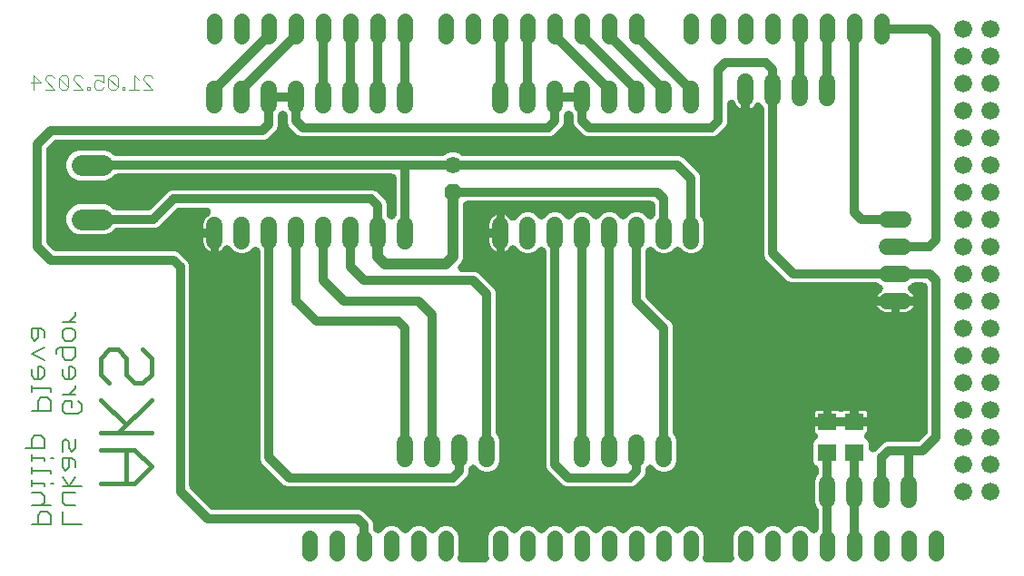
<source format=gbr>
G04 EAGLE Gerber RS-274X export*
G75*
%MOMM*%
%FSLAX34Y34*%
%LPD*%
%INTop Copper*%
%IPPOS*%
%AMOC8*
5,1,8,0,0,1.08239X$1,22.5*%
G01*
%ADD10C,0.406400*%
%ADD11C,0.152400*%
%ADD12C,0.101600*%
%ADD13C,1.524000*%
%ADD14R,1.803000X1.600000*%
%ADD15C,1.981200*%
%ADD16P,1.704548X8X292.500000*%
%ADD17C,1.574800*%
%ADD18C,1.422400*%
%ADD19C,1.676400*%
%ADD20C,1.508000*%
%ADD21C,0.812800*%
%ADD22C,1.016000*%

G36*
X480660Y10173D02*
X480660Y10173D01*
X480833Y10175D01*
X480944Y10193D01*
X481056Y10201D01*
X481225Y10237D01*
X481396Y10263D01*
X481503Y10296D01*
X481613Y10320D01*
X481775Y10379D01*
X481941Y10429D01*
X482043Y10477D01*
X482148Y10516D01*
X482301Y10597D01*
X482457Y10670D01*
X482552Y10731D01*
X482651Y10784D01*
X482790Y10886D01*
X482935Y10980D01*
X483020Y11054D01*
X483111Y11121D01*
X483234Y11241D01*
X483365Y11355D01*
X483438Y11440D01*
X483519Y11518D01*
X483625Y11655D01*
X483738Y11785D01*
X483799Y11880D01*
X483868Y11969D01*
X483953Y12119D01*
X484047Y12264D01*
X484094Y12366D01*
X484150Y12464D01*
X484214Y12625D01*
X484286Y12781D01*
X484319Y12889D01*
X484360Y12993D01*
X484401Y13161D01*
X484451Y13327D01*
X484468Y13438D01*
X484494Y13547D01*
X484511Y13719D01*
X484537Y13890D01*
X484539Y14002D01*
X484550Y14114D01*
X484542Y14287D01*
X484544Y14460D01*
X484530Y14571D01*
X484525Y14684D01*
X484493Y14854D01*
X484471Y15025D01*
X484446Y15106D01*
X484421Y15244D01*
X484245Y15767D01*
X484242Y15779D01*
X484240Y15784D01*
X484239Y15784D01*
X484123Y16065D01*
X484123Y34735D01*
X485825Y38843D01*
X488969Y41987D01*
X493077Y43689D01*
X497523Y43689D01*
X501631Y41987D01*
X505127Y38491D01*
X505301Y38340D01*
X505470Y38185D01*
X505516Y38154D01*
X505557Y38118D01*
X505750Y37993D01*
X505940Y37862D01*
X505989Y37838D01*
X506035Y37808D01*
X506244Y37711D01*
X506450Y37609D01*
X506502Y37591D01*
X506552Y37568D01*
X506773Y37501D01*
X506991Y37429D01*
X507045Y37419D01*
X507097Y37403D01*
X507325Y37368D01*
X507551Y37326D01*
X507606Y37324D01*
X507660Y37316D01*
X507890Y37312D01*
X508121Y37303D01*
X508175Y37309D01*
X508230Y37308D01*
X508459Y37337D01*
X508688Y37360D01*
X508741Y37373D01*
X508795Y37380D01*
X509018Y37441D01*
X509241Y37495D01*
X509292Y37516D01*
X509345Y37530D01*
X509557Y37622D01*
X509770Y37707D01*
X509817Y37734D01*
X509868Y37756D01*
X510065Y37876D01*
X510264Y37991D01*
X510298Y38019D01*
X510354Y38053D01*
X510795Y38415D01*
X510839Y38463D01*
X510873Y38491D01*
X514369Y41987D01*
X518477Y43689D01*
X522923Y43689D01*
X527031Y41987D01*
X530527Y38491D01*
X530701Y38340D01*
X530870Y38185D01*
X530916Y38154D01*
X530957Y38118D01*
X531150Y37993D01*
X531340Y37862D01*
X531389Y37838D01*
X531435Y37808D01*
X531644Y37711D01*
X531850Y37609D01*
X531902Y37591D01*
X531952Y37568D01*
X532173Y37501D01*
X532391Y37429D01*
X532445Y37419D01*
X532497Y37403D01*
X532725Y37368D01*
X532951Y37326D01*
X533006Y37324D01*
X533060Y37316D01*
X533290Y37312D01*
X533521Y37303D01*
X533575Y37309D01*
X533630Y37308D01*
X533859Y37337D01*
X534088Y37360D01*
X534141Y37373D01*
X534195Y37380D01*
X534418Y37441D01*
X534641Y37495D01*
X534692Y37516D01*
X534745Y37530D01*
X534957Y37622D01*
X535170Y37707D01*
X535217Y37734D01*
X535268Y37756D01*
X535465Y37876D01*
X535664Y37991D01*
X535698Y38019D01*
X535754Y38053D01*
X536195Y38415D01*
X536239Y38463D01*
X536273Y38491D01*
X539769Y41987D01*
X543877Y43689D01*
X548323Y43689D01*
X552431Y41987D01*
X555927Y38491D01*
X556101Y38340D01*
X556270Y38185D01*
X556316Y38154D01*
X556357Y38118D01*
X556550Y37993D01*
X556740Y37862D01*
X556789Y37838D01*
X556835Y37808D01*
X557044Y37711D01*
X557250Y37609D01*
X557302Y37591D01*
X557352Y37568D01*
X557573Y37501D01*
X557791Y37429D01*
X557845Y37419D01*
X557897Y37403D01*
X558125Y37368D01*
X558351Y37326D01*
X558406Y37324D01*
X558460Y37316D01*
X558690Y37312D01*
X558921Y37303D01*
X558975Y37309D01*
X559030Y37308D01*
X559259Y37337D01*
X559488Y37360D01*
X559541Y37373D01*
X559595Y37380D01*
X559818Y37441D01*
X560041Y37495D01*
X560092Y37516D01*
X560145Y37530D01*
X560357Y37622D01*
X560570Y37707D01*
X560617Y37734D01*
X560668Y37756D01*
X560865Y37876D01*
X561064Y37991D01*
X561098Y38019D01*
X561154Y38053D01*
X561595Y38415D01*
X561639Y38463D01*
X561673Y38491D01*
X565169Y41987D01*
X569277Y43689D01*
X573723Y43689D01*
X577831Y41987D01*
X581327Y38491D01*
X581501Y38340D01*
X581670Y38185D01*
X581716Y38154D01*
X581757Y38118D01*
X581950Y37993D01*
X582140Y37862D01*
X582189Y37838D01*
X582235Y37808D01*
X582444Y37711D01*
X582650Y37609D01*
X582702Y37591D01*
X582752Y37568D01*
X582973Y37501D01*
X583191Y37429D01*
X583245Y37419D01*
X583297Y37403D01*
X583525Y37368D01*
X583751Y37326D01*
X583806Y37324D01*
X583860Y37316D01*
X584090Y37312D01*
X584321Y37303D01*
X584375Y37309D01*
X584430Y37308D01*
X584659Y37337D01*
X584888Y37360D01*
X584941Y37373D01*
X584995Y37380D01*
X585218Y37441D01*
X585441Y37495D01*
X585492Y37516D01*
X585545Y37530D01*
X585757Y37622D01*
X585970Y37707D01*
X586017Y37734D01*
X586068Y37756D01*
X586265Y37876D01*
X586464Y37991D01*
X586498Y38019D01*
X586554Y38053D01*
X586995Y38415D01*
X587039Y38463D01*
X587073Y38491D01*
X590569Y41987D01*
X594677Y43689D01*
X599123Y43689D01*
X603231Y41987D01*
X606727Y38491D01*
X606901Y38340D01*
X607070Y38185D01*
X607116Y38154D01*
X607157Y38118D01*
X607350Y37993D01*
X607540Y37862D01*
X607589Y37838D01*
X607635Y37808D01*
X607844Y37711D01*
X608050Y37609D01*
X608102Y37591D01*
X608152Y37568D01*
X608373Y37501D01*
X608591Y37429D01*
X608645Y37419D01*
X608697Y37403D01*
X608925Y37368D01*
X609151Y37326D01*
X609206Y37324D01*
X609260Y37316D01*
X609490Y37312D01*
X609721Y37303D01*
X609775Y37309D01*
X609830Y37308D01*
X610059Y37337D01*
X610288Y37360D01*
X610341Y37373D01*
X610395Y37380D01*
X610618Y37441D01*
X610841Y37495D01*
X610892Y37516D01*
X610945Y37530D01*
X611157Y37622D01*
X611370Y37707D01*
X611417Y37734D01*
X611468Y37756D01*
X611665Y37876D01*
X611864Y37991D01*
X611898Y38019D01*
X611954Y38053D01*
X612395Y38415D01*
X612439Y38463D01*
X612473Y38491D01*
X615969Y41987D01*
X620077Y43689D01*
X624523Y43689D01*
X628631Y41987D01*
X632127Y38491D01*
X632301Y38340D01*
X632470Y38185D01*
X632516Y38154D01*
X632557Y38118D01*
X632750Y37993D01*
X632940Y37862D01*
X632989Y37838D01*
X633035Y37808D01*
X633244Y37711D01*
X633450Y37609D01*
X633502Y37591D01*
X633552Y37568D01*
X633773Y37501D01*
X633991Y37429D01*
X634045Y37419D01*
X634097Y37403D01*
X634325Y37368D01*
X634551Y37326D01*
X634606Y37324D01*
X634660Y37316D01*
X634890Y37312D01*
X635121Y37303D01*
X635175Y37309D01*
X635230Y37308D01*
X635459Y37337D01*
X635688Y37360D01*
X635741Y37373D01*
X635795Y37380D01*
X636018Y37441D01*
X636241Y37495D01*
X636292Y37516D01*
X636345Y37530D01*
X636557Y37622D01*
X636770Y37707D01*
X636817Y37734D01*
X636868Y37756D01*
X637065Y37876D01*
X637264Y37991D01*
X637298Y38019D01*
X637354Y38053D01*
X637795Y38415D01*
X637839Y38463D01*
X637873Y38491D01*
X641369Y41987D01*
X645477Y43689D01*
X649923Y43689D01*
X654031Y41987D01*
X657527Y38491D01*
X657701Y38340D01*
X657870Y38185D01*
X657916Y38154D01*
X657957Y38118D01*
X658150Y37993D01*
X658340Y37862D01*
X658389Y37838D01*
X658435Y37808D01*
X658644Y37711D01*
X658850Y37609D01*
X658902Y37591D01*
X658952Y37568D01*
X659173Y37501D01*
X659391Y37429D01*
X659445Y37419D01*
X659497Y37403D01*
X659725Y37368D01*
X659951Y37326D01*
X660006Y37324D01*
X660060Y37316D01*
X660290Y37312D01*
X660521Y37303D01*
X660575Y37309D01*
X660630Y37308D01*
X660859Y37337D01*
X661088Y37360D01*
X661141Y37373D01*
X661195Y37380D01*
X661418Y37441D01*
X661641Y37495D01*
X661692Y37516D01*
X661745Y37530D01*
X661957Y37622D01*
X662170Y37707D01*
X662217Y37734D01*
X662268Y37756D01*
X662465Y37876D01*
X662664Y37991D01*
X662698Y38019D01*
X662754Y38053D01*
X663195Y38415D01*
X663239Y38463D01*
X663273Y38491D01*
X666769Y41987D01*
X670877Y43689D01*
X675323Y43689D01*
X679431Y41987D01*
X682575Y38843D01*
X684277Y34735D01*
X684277Y16065D01*
X684158Y15779D01*
X684104Y15615D01*
X684040Y15455D01*
X684013Y15345D01*
X683978Y15239D01*
X683946Y15069D01*
X683906Y14901D01*
X683895Y14789D01*
X683874Y14678D01*
X683867Y14506D01*
X683850Y14334D01*
X683855Y14221D01*
X683851Y14109D01*
X683868Y13937D01*
X683875Y13764D01*
X683896Y13654D01*
X683907Y13542D01*
X683948Y13374D01*
X683979Y13204D01*
X684015Y13098D01*
X684041Y12988D01*
X684105Y12828D01*
X684160Y12664D01*
X684211Y12563D01*
X684252Y12459D01*
X684338Y12309D01*
X684415Y12155D01*
X684479Y12062D01*
X684535Y11964D01*
X684641Y11828D01*
X684739Y11686D01*
X684816Y11603D01*
X684884Y11514D01*
X685008Y11394D01*
X685126Y11267D01*
X685213Y11196D01*
X685293Y11117D01*
X685433Y11016D01*
X685567Y10906D01*
X685663Y10848D01*
X685754Y10782D01*
X685906Y10700D01*
X686054Y10611D01*
X686157Y10566D01*
X686256Y10513D01*
X686419Y10454D01*
X686578Y10386D01*
X686686Y10357D01*
X686792Y10318D01*
X686961Y10282D01*
X687128Y10237D01*
X687213Y10229D01*
X687349Y10200D01*
X687899Y10162D01*
X687912Y10161D01*
X709088Y10161D01*
X709260Y10173D01*
X709433Y10175D01*
X709544Y10193D01*
X709656Y10201D01*
X709825Y10237D01*
X709996Y10264D01*
X710103Y10296D01*
X710213Y10320D01*
X710376Y10379D01*
X710541Y10429D01*
X710643Y10477D01*
X710748Y10516D01*
X710901Y10597D01*
X711057Y10670D01*
X711152Y10731D01*
X711251Y10784D01*
X711390Y10886D01*
X711535Y10981D01*
X711620Y11054D01*
X711711Y11121D01*
X711835Y11241D01*
X711965Y11355D01*
X712038Y11440D01*
X712119Y11518D01*
X712225Y11655D01*
X712338Y11785D01*
X712399Y11880D01*
X712468Y11969D01*
X712553Y12119D01*
X712647Y12264D01*
X712694Y12366D01*
X712750Y12464D01*
X712814Y12625D01*
X712886Y12781D01*
X712919Y12889D01*
X712960Y12993D01*
X713001Y13162D01*
X713051Y13327D01*
X713068Y13438D01*
X713094Y13547D01*
X713111Y13719D01*
X713137Y13890D01*
X713139Y14002D01*
X713150Y14114D01*
X713142Y14287D01*
X713144Y14460D01*
X713130Y14571D01*
X713125Y14684D01*
X713093Y14853D01*
X713071Y15025D01*
X713046Y15107D01*
X713021Y15244D01*
X712845Y15767D01*
X712842Y15779D01*
X712723Y16065D01*
X712723Y34735D01*
X714425Y38843D01*
X717569Y41987D01*
X721677Y43689D01*
X726123Y43689D01*
X730231Y41987D01*
X733727Y38491D01*
X733901Y38340D01*
X734070Y38185D01*
X734116Y38154D01*
X734157Y38118D01*
X734350Y37993D01*
X734540Y37862D01*
X734589Y37838D01*
X734635Y37808D01*
X734844Y37711D01*
X735050Y37609D01*
X735102Y37591D01*
X735152Y37568D01*
X735373Y37501D01*
X735591Y37429D01*
X735645Y37419D01*
X735697Y37403D01*
X735925Y37368D01*
X736151Y37326D01*
X736206Y37324D01*
X736260Y37316D01*
X736490Y37312D01*
X736721Y37303D01*
X736775Y37309D01*
X736830Y37308D01*
X737059Y37337D01*
X737288Y37360D01*
X737341Y37373D01*
X737395Y37380D01*
X737618Y37441D01*
X737841Y37495D01*
X737892Y37516D01*
X737945Y37530D01*
X738157Y37622D01*
X738370Y37707D01*
X738417Y37734D01*
X738468Y37756D01*
X738665Y37876D01*
X738864Y37991D01*
X738898Y38019D01*
X738954Y38053D01*
X739395Y38415D01*
X739439Y38463D01*
X739473Y38491D01*
X742969Y41987D01*
X747077Y43689D01*
X751523Y43689D01*
X755631Y41987D01*
X759127Y38491D01*
X759301Y38340D01*
X759470Y38185D01*
X759516Y38154D01*
X759557Y38118D01*
X759750Y37993D01*
X759940Y37862D01*
X759989Y37838D01*
X760035Y37808D01*
X760244Y37711D01*
X760450Y37609D01*
X760502Y37591D01*
X760552Y37568D01*
X760773Y37501D01*
X760991Y37429D01*
X761045Y37419D01*
X761097Y37403D01*
X761325Y37368D01*
X761551Y37326D01*
X761606Y37324D01*
X761660Y37316D01*
X761890Y37312D01*
X762121Y37303D01*
X762175Y37309D01*
X762230Y37308D01*
X762459Y37337D01*
X762688Y37360D01*
X762741Y37373D01*
X762795Y37380D01*
X763018Y37441D01*
X763241Y37495D01*
X763292Y37516D01*
X763345Y37530D01*
X763557Y37622D01*
X763770Y37707D01*
X763817Y37734D01*
X763868Y37756D01*
X764065Y37876D01*
X764264Y37991D01*
X764298Y38019D01*
X764354Y38053D01*
X764795Y38415D01*
X764839Y38463D01*
X764873Y38491D01*
X768369Y41987D01*
X772477Y43689D01*
X776923Y43689D01*
X781031Y41987D01*
X784527Y38491D01*
X784701Y38340D01*
X784870Y38185D01*
X784916Y38154D01*
X784957Y38118D01*
X785150Y37993D01*
X785340Y37862D01*
X785389Y37838D01*
X785435Y37808D01*
X785644Y37711D01*
X785850Y37609D01*
X785902Y37591D01*
X785952Y37568D01*
X786173Y37501D01*
X786391Y37429D01*
X786445Y37419D01*
X786497Y37403D01*
X786725Y37368D01*
X786951Y37326D01*
X787006Y37324D01*
X787060Y37316D01*
X787290Y37312D01*
X787521Y37303D01*
X787575Y37309D01*
X787630Y37308D01*
X787858Y37337D01*
X788088Y37360D01*
X788141Y37373D01*
X788195Y37380D01*
X788417Y37441D01*
X788641Y37495D01*
X788692Y37516D01*
X788745Y37530D01*
X788956Y37622D01*
X789170Y37707D01*
X789218Y37734D01*
X789268Y37756D01*
X789465Y37876D01*
X789664Y37991D01*
X789699Y38019D01*
X789754Y38053D01*
X790195Y38415D01*
X790239Y38463D01*
X790273Y38492D01*
X790781Y39000D01*
X790821Y39045D01*
X790865Y39086D01*
X791008Y39260D01*
X791155Y39430D01*
X791188Y39480D01*
X791226Y39527D01*
X791343Y39719D01*
X791465Y39908D01*
X791490Y39963D01*
X791521Y40014D01*
X791610Y40221D01*
X791705Y40425D01*
X791722Y40482D01*
X791746Y40538D01*
X791805Y40755D01*
X791870Y40970D01*
X791879Y41030D01*
X791895Y41088D01*
X791906Y41205D01*
X791957Y41533D01*
X791960Y41758D01*
X791971Y41873D01*
X791971Y58501D01*
X791967Y58561D01*
X791969Y58622D01*
X791947Y58845D01*
X791931Y59069D01*
X791919Y59129D01*
X791913Y59188D01*
X791859Y59407D01*
X791812Y59627D01*
X791792Y59683D01*
X791777Y59742D01*
X791694Y59951D01*
X791616Y60162D01*
X791588Y60215D01*
X791566Y60271D01*
X791454Y60466D01*
X791348Y60664D01*
X791312Y60713D01*
X791282Y60765D01*
X791207Y60856D01*
X791011Y61124D01*
X790854Y61285D01*
X790781Y61374D01*
X790194Y61961D01*
X788415Y66256D01*
X788415Y86144D01*
X790194Y90439D01*
X790781Y91026D01*
X790821Y91071D01*
X790865Y91112D01*
X791007Y91286D01*
X791155Y91456D01*
X791188Y91507D01*
X791226Y91553D01*
X791343Y91746D01*
X791465Y91934D01*
X791490Y91989D01*
X791521Y92041D01*
X791610Y92247D01*
X791705Y92451D01*
X791722Y92509D01*
X791746Y92564D01*
X791804Y92781D01*
X791870Y92996D01*
X791879Y93056D01*
X791895Y93114D01*
X791906Y93231D01*
X791957Y93559D01*
X791960Y93784D01*
X791971Y93899D01*
X791971Y97298D01*
X791971Y97301D01*
X791971Y97304D01*
X791951Y97583D01*
X791931Y97867D01*
X791931Y97869D01*
X791931Y97872D01*
X791870Y98154D01*
X791812Y98424D01*
X791811Y98426D01*
X791811Y98429D01*
X791711Y98700D01*
X791616Y98959D01*
X791615Y98961D01*
X791614Y98964D01*
X791489Y99197D01*
X791348Y99461D01*
X791346Y99464D01*
X791345Y99466D01*
X791175Y99698D01*
X791011Y99921D01*
X791009Y99923D01*
X791008Y99925D01*
X790813Y100125D01*
X790614Y100330D01*
X790612Y100331D01*
X790610Y100333D01*
X790385Y100507D01*
X790163Y100678D01*
X790161Y100680D01*
X790159Y100681D01*
X790146Y100688D01*
X789668Y100961D01*
X789538Y101012D01*
X789463Y101052D01*
X788783Y101334D01*
X787639Y102477D01*
X787020Y103971D01*
X787020Y121589D01*
X787639Y123083D01*
X788802Y124245D01*
X788940Y124314D01*
X789177Y124432D01*
X789178Y124433D01*
X789179Y124434D01*
X789418Y124599D01*
X789646Y124756D01*
X789647Y124757D01*
X789648Y124757D01*
X789841Y124935D01*
X790065Y125141D01*
X790066Y125142D01*
X790067Y125143D01*
X790250Y125366D01*
X790427Y125582D01*
X790428Y125583D01*
X790428Y125584D01*
X790569Y125815D01*
X790723Y126069D01*
X790723Y126070D01*
X790724Y126071D01*
X790823Y126302D01*
X790948Y126592D01*
X790949Y126594D01*
X790949Y126595D01*
X791023Y126865D01*
X791098Y127142D01*
X791098Y127143D01*
X791098Y127145D01*
X791133Y127424D01*
X791169Y127707D01*
X791169Y127709D01*
X791169Y127710D01*
X791165Y127967D01*
X791161Y128277D01*
X791161Y128278D01*
X791160Y128280D01*
X791120Y128537D01*
X791073Y128840D01*
X791072Y128841D01*
X791072Y128843D01*
X790989Y129114D01*
X790907Y129385D01*
X790906Y129386D01*
X790906Y129388D01*
X790793Y129629D01*
X790666Y129902D01*
X790665Y129903D01*
X790665Y129904D01*
X790511Y130141D01*
X790356Y130379D01*
X790355Y130380D01*
X790354Y130382D01*
X790174Y130588D01*
X789982Y130809D01*
X789980Y130810D01*
X789979Y130811D01*
X789974Y130815D01*
X789551Y131182D01*
X789491Y131221D01*
X789112Y131600D01*
X788833Y132017D01*
X788642Y132479D01*
X788544Y132970D01*
X788544Y137157D01*
X800100Y137157D01*
X825500Y137157D01*
X837056Y137157D01*
X837056Y132970D01*
X836958Y132479D01*
X836767Y132017D01*
X836488Y131600D01*
X836090Y131201D01*
X836009Y131139D01*
X835780Y130962D01*
X835779Y130960D01*
X835778Y130960D01*
X835582Y130758D01*
X835383Y130553D01*
X835382Y130552D01*
X835381Y130551D01*
X835197Y130298D01*
X835047Y130093D01*
X835046Y130092D01*
X835045Y130090D01*
X834896Y129810D01*
X834778Y129590D01*
X834778Y129589D01*
X834777Y129588D01*
X834678Y129317D01*
X834583Y129055D01*
X834583Y129054D01*
X834582Y129052D01*
X834521Y128766D01*
X834464Y128498D01*
X834464Y128496D01*
X834464Y128495D01*
X834444Y128205D01*
X834425Y127929D01*
X834425Y127928D01*
X834425Y127927D01*
X834445Y127642D01*
X834465Y127361D01*
X834465Y127360D01*
X834465Y127358D01*
X834522Y127097D01*
X834584Y126804D01*
X834585Y126802D01*
X834585Y126801D01*
X834681Y126540D01*
X834781Y126269D01*
X834781Y126268D01*
X834782Y126266D01*
X834917Y126015D01*
X835050Y125767D01*
X835051Y125765D01*
X835051Y125764D01*
X835236Y125512D01*
X835386Y125307D01*
X835387Y125306D01*
X835388Y125305D01*
X835595Y125093D01*
X835784Y124899D01*
X835785Y124898D01*
X835786Y124897D01*
X836008Y124726D01*
X836235Y124551D01*
X836236Y124550D01*
X836237Y124549D01*
X836243Y124546D01*
X836730Y124269D01*
X836804Y124239D01*
X837961Y123083D01*
X838580Y121589D01*
X838580Y116935D01*
X838588Y116820D01*
X838586Y116705D01*
X838608Y116536D01*
X838620Y116367D01*
X838644Y116254D01*
X838658Y116140D01*
X838703Y115976D01*
X838739Y115809D01*
X838778Y115701D01*
X838809Y115590D01*
X838876Y115434D01*
X838935Y115274D01*
X838989Y115172D01*
X839035Y115067D01*
X839123Y114922D01*
X839203Y114772D01*
X839271Y114679D01*
X839331Y114581D01*
X839440Y114449D01*
X839540Y114312D01*
X839620Y114229D01*
X839693Y114140D01*
X839818Y114026D01*
X839937Y113904D01*
X840028Y113833D01*
X840113Y113755D01*
X840254Y113659D01*
X840388Y113555D01*
X840488Y113498D01*
X840583Y113433D01*
X840735Y113357D01*
X840883Y113273D01*
X840990Y113230D01*
X841093Y113179D01*
X841254Y113125D01*
X841412Y113063D01*
X841525Y113035D01*
X841634Y112999D01*
X841801Y112969D01*
X841966Y112929D01*
X842081Y112917D01*
X842194Y112897D01*
X842364Y112890D01*
X842533Y112873D01*
X842648Y112878D01*
X842764Y112874D01*
X842933Y112890D01*
X843103Y112898D01*
X843216Y112919D01*
X843331Y112930D01*
X843496Y112971D01*
X843663Y113002D01*
X843772Y113039D01*
X843884Y113066D01*
X844042Y113129D01*
X844203Y113183D01*
X844306Y113235D01*
X844413Y113278D01*
X844560Y113362D01*
X844712Y113438D01*
X844807Y113504D01*
X844907Y113561D01*
X844996Y113634D01*
X845181Y113762D01*
X845425Y113987D01*
X845516Y114062D01*
X846867Y115413D01*
X852645Y121191D01*
X855633Y122429D01*
X883950Y122429D01*
X884010Y122433D01*
X884070Y122431D01*
X884294Y122453D01*
X884518Y122469D01*
X884577Y122481D01*
X884637Y122487D01*
X884856Y122541D01*
X885076Y122588D01*
X885132Y122608D01*
X885191Y122623D01*
X885400Y122706D01*
X885611Y122784D01*
X885664Y122812D01*
X885720Y122834D01*
X885915Y122946D01*
X886113Y123052D01*
X886162Y123088D01*
X886214Y123118D01*
X886305Y123193D01*
X886573Y123389D01*
X886734Y123546D01*
X886823Y123619D01*
X892381Y129177D01*
X892421Y129223D01*
X892465Y129263D01*
X892533Y129346D01*
X892539Y129352D01*
X892563Y129383D01*
X892607Y129437D01*
X892755Y129607D01*
X892788Y129658D01*
X892826Y129704D01*
X892877Y129789D01*
X892888Y129803D01*
X892924Y129867D01*
X892943Y129897D01*
X893065Y130085D01*
X893090Y130140D01*
X893121Y130192D01*
X893157Y130275D01*
X893170Y130298D01*
X893211Y130400D01*
X893305Y130602D01*
X893322Y130660D01*
X893346Y130715D01*
X893367Y130794D01*
X893380Y130828D01*
X893411Y130953D01*
X893470Y131147D01*
X893479Y131207D01*
X893495Y131265D01*
X893500Y131323D01*
X893515Y131381D01*
X893529Y131529D01*
X893557Y131710D01*
X893559Y131835D01*
X893570Y131949D01*
X893567Y132008D01*
X893571Y132050D01*
X893571Y267208D01*
X893555Y267437D01*
X893545Y267668D01*
X893535Y267722D01*
X893531Y267776D01*
X893483Y268002D01*
X893441Y268228D01*
X893424Y268280D01*
X893412Y268334D01*
X893333Y268550D01*
X893260Y268768D01*
X893235Y268817D01*
X893216Y268869D01*
X893108Y269072D01*
X893005Y269277D01*
X892974Y269323D01*
X892948Y269371D01*
X892812Y269557D01*
X892681Y269746D01*
X892644Y269787D01*
X892611Y269831D01*
X892451Y269996D01*
X892295Y270165D01*
X892252Y270200D01*
X892214Y270239D01*
X892032Y270380D01*
X891854Y270526D01*
X891806Y270554D01*
X891763Y270588D01*
X891563Y270702D01*
X891366Y270821D01*
X891316Y270843D01*
X891268Y270870D01*
X891054Y270955D01*
X890843Y271046D01*
X890790Y271060D01*
X890739Y271080D01*
X890514Y271135D01*
X890293Y271195D01*
X890249Y271199D01*
X890185Y271215D01*
X889618Y271270D01*
X889552Y271267D01*
X889508Y271271D01*
X881299Y271271D01*
X881239Y271267D01*
X881178Y271269D01*
X880955Y271247D01*
X880731Y271231D01*
X880671Y271219D01*
X880611Y271213D01*
X880393Y271159D01*
X880173Y271112D01*
X880117Y271091D01*
X880058Y271077D01*
X879850Y270994D01*
X879638Y270916D01*
X879585Y270888D01*
X879529Y270865D01*
X879334Y270754D01*
X879136Y270648D01*
X879087Y270612D01*
X879035Y270582D01*
X878944Y270507D01*
X878676Y270311D01*
X878515Y270154D01*
X878426Y270081D01*
X877839Y269494D01*
X877754Y269459D01*
X877569Y269367D01*
X877381Y269282D01*
X877314Y269240D01*
X877244Y269205D01*
X877074Y269087D01*
X876899Y268977D01*
X876840Y268926D01*
X876775Y268881D01*
X876622Y268741D01*
X876465Y268607D01*
X876413Y268549D01*
X876355Y268496D01*
X876224Y268336D01*
X876087Y268181D01*
X876044Y268116D01*
X875994Y268055D01*
X875887Y267878D01*
X875772Y267706D01*
X875739Y267635D01*
X875698Y267568D01*
X875616Y267378D01*
X875527Y267192D01*
X875504Y267117D01*
X875473Y267045D01*
X875418Y266845D01*
X875356Y266648D01*
X875344Y266571D01*
X875323Y266495D01*
X875297Y266290D01*
X875263Y266086D01*
X875262Y266008D01*
X875252Y265930D01*
X875255Y265723D01*
X875250Y265516D01*
X875259Y265439D01*
X875260Y265360D01*
X875292Y265156D01*
X875316Y264951D01*
X875336Y264874D01*
X875348Y264797D01*
X875408Y264600D01*
X875461Y264399D01*
X875491Y264327D01*
X875514Y264252D01*
X875601Y264065D01*
X875681Y263874D01*
X875722Y263806D01*
X875755Y263735D01*
X875867Y263562D01*
X875973Y263385D01*
X876022Y263323D01*
X876065Y263258D01*
X876201Y263102D01*
X876331Y262941D01*
X876377Y262899D01*
X876439Y262828D01*
X876870Y262455D01*
X876901Y262435D01*
X876920Y262418D01*
X877839Y261750D01*
X878970Y260619D01*
X879910Y259325D01*
X880553Y258063D01*
X863600Y258063D01*
X846647Y258063D01*
X847290Y259325D01*
X848230Y260619D01*
X849361Y261750D01*
X850280Y262418D01*
X850438Y262551D01*
X850601Y262677D01*
X850656Y262734D01*
X850716Y262784D01*
X850854Y262938D01*
X850998Y263086D01*
X851044Y263150D01*
X851097Y263208D01*
X851212Y263379D01*
X851334Y263547D01*
X851371Y263616D01*
X851414Y263681D01*
X851504Y263867D01*
X851602Y264049D01*
X851629Y264123D01*
X851663Y264194D01*
X851726Y264390D01*
X851797Y264585D01*
X851813Y264661D01*
X851837Y264736D01*
X851872Y264940D01*
X851915Y265142D01*
X851921Y265220D01*
X851934Y265298D01*
X851940Y265504D01*
X851955Y265710D01*
X851949Y265789D01*
X851951Y265867D01*
X851929Y266072D01*
X851914Y266279D01*
X851897Y266355D01*
X851889Y266434D01*
X851837Y266634D01*
X851794Y266836D01*
X851767Y266910D01*
X851747Y266986D01*
X851669Y267177D01*
X851597Y267371D01*
X851560Y267440D01*
X851530Y267512D01*
X851426Y267691D01*
X851328Y267873D01*
X851282Y267936D01*
X851242Y268004D01*
X851113Y268165D01*
X850991Y268332D01*
X850936Y268388D01*
X850887Y268450D01*
X850737Y268592D01*
X850593Y268740D01*
X850531Y268788D01*
X850474Y268842D01*
X850306Y268962D01*
X850142Y269088D01*
X850087Y269117D01*
X850010Y269172D01*
X849504Y269435D01*
X849469Y269447D01*
X849446Y269459D01*
X849361Y269494D01*
X848774Y270081D01*
X848729Y270121D01*
X848688Y270165D01*
X848514Y270307D01*
X848344Y270455D01*
X848293Y270488D01*
X848247Y270526D01*
X848054Y270643D01*
X847866Y270765D01*
X847811Y270790D01*
X847759Y270821D01*
X847553Y270910D01*
X847349Y271005D01*
X847291Y271022D01*
X847236Y271046D01*
X847019Y271104D01*
X846804Y271170D01*
X846744Y271179D01*
X846686Y271195D01*
X846569Y271206D01*
X846241Y271257D01*
X846016Y271260D01*
X845901Y271271D01*
X766733Y271271D01*
X763745Y272509D01*
X742409Y293845D01*
X741171Y296833D01*
X741171Y433151D01*
X741167Y433211D01*
X741169Y433272D01*
X741147Y433495D01*
X741131Y433719D01*
X741119Y433779D01*
X741113Y433838D01*
X741059Y434057D01*
X741012Y434277D01*
X740992Y434333D01*
X740977Y434392D01*
X740894Y434601D01*
X740816Y434812D01*
X740788Y434865D01*
X740766Y434921D01*
X740654Y435116D01*
X740548Y435314D01*
X740512Y435363D01*
X740482Y435415D01*
X740407Y435506D01*
X740211Y435774D01*
X740054Y435935D01*
X739981Y436024D01*
X739394Y436611D01*
X739359Y436696D01*
X739267Y436881D01*
X739182Y437069D01*
X739140Y437136D01*
X739105Y437206D01*
X738987Y437376D01*
X738877Y437551D01*
X738826Y437610D01*
X738781Y437675D01*
X738641Y437828D01*
X738507Y437985D01*
X738449Y438037D01*
X738396Y438095D01*
X738236Y438226D01*
X738081Y438363D01*
X738016Y438406D01*
X737955Y438456D01*
X737778Y438563D01*
X737606Y438678D01*
X737535Y438711D01*
X737468Y438752D01*
X737278Y438834D01*
X737092Y438923D01*
X737017Y438946D01*
X736945Y438977D01*
X736745Y439032D01*
X736548Y439094D01*
X736471Y439106D01*
X736395Y439127D01*
X736190Y439153D01*
X735986Y439187D01*
X735908Y439188D01*
X735830Y439198D01*
X735623Y439195D01*
X735416Y439200D01*
X735339Y439191D01*
X735260Y439190D01*
X735056Y439158D01*
X734851Y439134D01*
X734774Y439114D01*
X734697Y439102D01*
X734500Y439042D01*
X734299Y438989D01*
X734227Y438959D01*
X734152Y438936D01*
X733965Y438849D01*
X733774Y438769D01*
X733706Y438728D01*
X733635Y438695D01*
X733462Y438583D01*
X733285Y438477D01*
X733223Y438428D01*
X733158Y438385D01*
X733002Y438249D01*
X732841Y438119D01*
X732799Y438073D01*
X732728Y438011D01*
X732355Y437580D01*
X732335Y437549D01*
X732318Y437530D01*
X731650Y436611D01*
X730519Y435480D01*
X729225Y434540D01*
X727963Y433897D01*
X727963Y450850D01*
X727947Y451079D01*
X727937Y451309D01*
X727927Y451363D01*
X727923Y451418D01*
X727875Y451643D01*
X727833Y451869D01*
X727816Y451922D01*
X727804Y451975D01*
X727725Y452191D01*
X727652Y452410D01*
X727627Y452459D01*
X727609Y452510D01*
X727500Y452713D01*
X727397Y452919D01*
X727366Y452964D01*
X727340Y453013D01*
X727204Y453198D01*
X727073Y453388D01*
X727036Y453428D01*
X727003Y453473D01*
X726843Y453637D01*
X726687Y453807D01*
X726644Y453842D01*
X726606Y453881D01*
X726424Y454022D01*
X726246Y454168D01*
X726199Y454196D01*
X726155Y454230D01*
X725955Y454344D01*
X725759Y454463D01*
X725708Y454485D01*
X725660Y454512D01*
X725446Y454597D01*
X725235Y454687D01*
X725182Y454702D01*
X725131Y454722D01*
X724906Y454776D01*
X724685Y454836D01*
X724641Y454841D01*
X724577Y454856D01*
X724010Y454911D01*
X723944Y454909D01*
X723900Y454913D01*
X723670Y454897D01*
X723440Y454887D01*
X723386Y454877D01*
X723331Y454873D01*
X723106Y454825D01*
X722880Y454783D01*
X722828Y454765D01*
X722774Y454754D01*
X722558Y454675D01*
X722340Y454602D01*
X722291Y454577D01*
X722239Y454558D01*
X722036Y454449D01*
X721830Y454346D01*
X721785Y454315D01*
X721737Y454289D01*
X721551Y454154D01*
X721362Y454023D01*
X721321Y453985D01*
X721277Y453953D01*
X721112Y453793D01*
X720943Y453636D01*
X720908Y453594D01*
X720869Y453555D01*
X720728Y453374D01*
X720582Y453195D01*
X720553Y453148D01*
X720520Y453105D01*
X720406Y452905D01*
X720286Y452708D01*
X720265Y452658D01*
X720238Y452610D01*
X720152Y452395D01*
X720062Y452184D01*
X720048Y452132D01*
X720027Y452080D01*
X719973Y451856D01*
X719913Y451634D01*
X719909Y451590D01*
X719893Y451526D01*
X719838Y450959D01*
X719841Y450894D01*
X719837Y450850D01*
X719837Y433897D01*
X718575Y434540D01*
X717281Y435480D01*
X716150Y436611D01*
X715210Y437905D01*
X714424Y439447D01*
X714400Y439511D01*
X714368Y439571D01*
X714343Y439633D01*
X714234Y439821D01*
X714132Y440013D01*
X714092Y440068D01*
X714058Y440127D01*
X713924Y440298D01*
X713795Y440473D01*
X713748Y440522D01*
X713706Y440575D01*
X713550Y440726D01*
X713398Y440882D01*
X713344Y440923D01*
X713296Y440970D01*
X713119Y441097D01*
X712947Y441230D01*
X712888Y441264D01*
X712834Y441303D01*
X712641Y441405D01*
X712452Y441513D01*
X712389Y441538D01*
X712330Y441569D01*
X712125Y441643D01*
X711923Y441723D01*
X711857Y441739D01*
X711793Y441762D01*
X711580Y441806D01*
X711369Y441857D01*
X711301Y441863D01*
X711235Y441877D01*
X711019Y441891D01*
X710802Y441912D01*
X710734Y441909D01*
X710667Y441914D01*
X710450Y441897D01*
X710232Y441888D01*
X710166Y441875D01*
X710099Y441870D01*
X709886Y441823D01*
X709672Y441784D01*
X709608Y441762D01*
X709542Y441747D01*
X709339Y441672D01*
X709132Y441602D01*
X709071Y441572D01*
X709008Y441548D01*
X708817Y441445D01*
X708623Y441347D01*
X708567Y441309D01*
X708507Y441276D01*
X708333Y441147D01*
X708154Y441023D01*
X708104Y440977D01*
X708050Y440937D01*
X707895Y440784D01*
X707735Y440637D01*
X707692Y440585D01*
X707644Y440537D01*
X707512Y440364D01*
X707374Y440196D01*
X707339Y440138D01*
X707298Y440084D01*
X707191Y439895D01*
X707079Y439709D01*
X707052Y439647D01*
X707019Y439588D01*
X706940Y439385D01*
X706854Y439185D01*
X706837Y439120D01*
X706812Y439057D01*
X706762Y438845D01*
X706705Y438635D01*
X706700Y438581D01*
X706681Y438502D01*
X706630Y437935D01*
X706632Y437885D01*
X706629Y437850D01*
X706629Y420658D01*
X705391Y417670D01*
X696755Y409034D01*
X693767Y407796D01*
X576233Y407796D01*
X573245Y409034D01*
X567467Y414812D01*
X567467Y414813D01*
X564609Y417670D01*
X564453Y418045D01*
X564453Y418046D01*
X563371Y420658D01*
X563371Y426994D01*
X563367Y427054D01*
X563369Y427115D01*
X563347Y427338D01*
X563331Y427563D01*
X563319Y427622D01*
X563313Y427682D01*
X563259Y427900D01*
X563212Y428120D01*
X563192Y428176D01*
X563177Y428235D01*
X563094Y428444D01*
X563016Y428655D01*
X562988Y428708D01*
X562966Y428764D01*
X562854Y428959D01*
X562748Y429157D01*
X562712Y429206D01*
X562682Y429258D01*
X562607Y429349D01*
X562411Y429617D01*
X562254Y429778D01*
X562181Y429867D01*
X561673Y430375D01*
X561499Y430527D01*
X561330Y430682D01*
X561285Y430713D01*
X561243Y430749D01*
X561050Y430874D01*
X560860Y431004D01*
X560811Y431029D01*
X560765Y431059D01*
X560556Y431156D01*
X560350Y431258D01*
X560298Y431275D01*
X560248Y431299D01*
X560028Y431365D01*
X559809Y431438D01*
X559755Y431448D01*
X559703Y431464D01*
X559475Y431499D01*
X559249Y431541D01*
X559194Y431543D01*
X559140Y431551D01*
X558910Y431554D01*
X558680Y431564D01*
X558625Y431558D01*
X558570Y431559D01*
X558342Y431530D01*
X558113Y431507D01*
X558059Y431494D01*
X558005Y431487D01*
X557782Y431426D01*
X557559Y431371D01*
X557508Y431351D01*
X557455Y431336D01*
X557243Y431245D01*
X557030Y431160D01*
X556983Y431132D01*
X556932Y431111D01*
X556735Y430990D01*
X556536Y430876D01*
X556502Y430848D01*
X556446Y430814D01*
X556005Y430452D01*
X555961Y430404D01*
X555927Y430375D01*
X555419Y429867D01*
X555379Y429822D01*
X555335Y429781D01*
X555193Y429607D01*
X555045Y429437D01*
X555012Y429387D01*
X554974Y429340D01*
X554858Y429148D01*
X554735Y428959D01*
X554710Y428904D01*
X554679Y428853D01*
X554590Y428646D01*
X554496Y428442D01*
X554478Y428384D01*
X554454Y428329D01*
X554396Y428112D01*
X554330Y427897D01*
X554321Y427837D01*
X554305Y427779D01*
X554294Y427662D01*
X554243Y427334D01*
X554240Y427109D01*
X554229Y426994D01*
X554229Y420658D01*
X552991Y417670D01*
X544355Y409034D01*
X541367Y407796D01*
X309533Y407796D01*
X306545Y409034D01*
X297909Y417670D01*
X297753Y418045D01*
X297753Y418046D01*
X296671Y420658D01*
X296671Y426994D01*
X296667Y427054D01*
X296669Y427115D01*
X296647Y427338D01*
X296631Y427562D01*
X296619Y427622D01*
X296613Y427681D01*
X296559Y427900D01*
X296512Y428120D01*
X296492Y428176D01*
X296477Y428235D01*
X296394Y428443D01*
X296316Y428655D01*
X296288Y428708D01*
X296266Y428764D01*
X296154Y428958D01*
X296048Y429157D01*
X296012Y429206D01*
X295982Y429258D01*
X295907Y429349D01*
X295711Y429617D01*
X295554Y429778D01*
X295481Y429867D01*
X294973Y430375D01*
X294799Y430526D01*
X294630Y430682D01*
X294585Y430713D01*
X294543Y430749D01*
X294350Y430874D01*
X294160Y431004D01*
X294111Y431029D01*
X294065Y431059D01*
X293856Y431156D01*
X293650Y431258D01*
X293598Y431275D01*
X293548Y431299D01*
X293328Y431365D01*
X293109Y431438D01*
X293055Y431448D01*
X293003Y431464D01*
X292776Y431499D01*
X292549Y431541D01*
X292494Y431543D01*
X292440Y431551D01*
X292210Y431554D01*
X291979Y431564D01*
X291925Y431558D01*
X291870Y431559D01*
X291642Y431530D01*
X291413Y431507D01*
X291359Y431494D01*
X291305Y431487D01*
X291083Y431426D01*
X290859Y431371D01*
X290808Y431351D01*
X290755Y431336D01*
X290544Y431245D01*
X290330Y431160D01*
X290282Y431132D01*
X290232Y431111D01*
X290036Y430991D01*
X289836Y430876D01*
X289802Y430848D01*
X289746Y430814D01*
X289306Y430452D01*
X289261Y430404D01*
X289227Y430375D01*
X288719Y429867D01*
X288679Y429822D01*
X288635Y429781D01*
X288493Y429607D01*
X288345Y429437D01*
X288312Y429386D01*
X288274Y429340D01*
X288157Y429147D01*
X288035Y428959D01*
X288010Y428904D01*
X287979Y428853D01*
X287890Y428646D01*
X287795Y428442D01*
X287778Y428384D01*
X287754Y428329D01*
X287696Y428112D01*
X287630Y427897D01*
X287621Y427837D01*
X287605Y427779D01*
X287594Y427662D01*
X287543Y427334D01*
X287540Y427109D01*
X287529Y426994D01*
X287529Y417483D01*
X286291Y414495D01*
X277655Y405859D01*
X274667Y404621D01*
X81250Y404621D01*
X81190Y404617D01*
X81130Y404619D01*
X80906Y404597D01*
X80682Y404581D01*
X80623Y404569D01*
X80563Y404563D01*
X80344Y404509D01*
X80124Y404462D01*
X80068Y404442D01*
X80009Y404427D01*
X79800Y404344D01*
X79589Y404266D01*
X79536Y404238D01*
X79480Y404216D01*
X79285Y404104D01*
X79087Y403998D01*
X79038Y403962D01*
X78986Y403932D01*
X78895Y403857D01*
X78627Y403661D01*
X78466Y403504D01*
X78377Y403431D01*
X72819Y397873D01*
X72779Y397827D01*
X72735Y397787D01*
X72593Y397613D01*
X72445Y397443D01*
X72412Y397392D01*
X72374Y397346D01*
X72257Y397153D01*
X72135Y396965D01*
X72110Y396910D01*
X72079Y396858D01*
X71990Y396652D01*
X71895Y396448D01*
X71878Y396390D01*
X71854Y396335D01*
X71796Y396118D01*
X71730Y395903D01*
X71721Y395843D01*
X71705Y395785D01*
X71694Y395668D01*
X71643Y395340D01*
X71640Y395115D01*
X71629Y395000D01*
X71629Y309850D01*
X71633Y309790D01*
X71631Y309729D01*
X71653Y309506D01*
X71669Y309282D01*
X71681Y309222D01*
X71687Y309163D01*
X71741Y308944D01*
X71788Y308724D01*
X71808Y308668D01*
X71823Y308609D01*
X71906Y308400D01*
X71984Y308189D01*
X72012Y308136D01*
X72034Y308080D01*
X72146Y307885D01*
X72252Y307687D01*
X72288Y307638D01*
X72318Y307586D01*
X72393Y307495D01*
X72589Y307227D01*
X72746Y307066D01*
X72819Y306977D01*
X78377Y301419D01*
X78422Y301379D01*
X78463Y301335D01*
X78637Y301193D01*
X78807Y301045D01*
X78858Y301012D01*
X78904Y300974D01*
X79097Y300857D01*
X79285Y300735D01*
X79340Y300710D01*
X79392Y300679D01*
X79598Y300590D01*
X79802Y300495D01*
X79860Y300478D01*
X79915Y300454D01*
X80132Y300396D01*
X80347Y300330D01*
X80407Y300321D01*
X80465Y300305D01*
X80582Y300294D01*
X80910Y300243D01*
X81135Y300240D01*
X81250Y300229D01*
X192117Y300229D01*
X195105Y298991D01*
X200883Y293213D01*
X200883Y293212D01*
X203741Y290355D01*
X204979Y287367D01*
X204979Y81250D01*
X204983Y81190D01*
X204981Y81130D01*
X205003Y80906D01*
X205019Y80682D01*
X205031Y80623D01*
X205037Y80563D01*
X205091Y80344D01*
X205138Y80124D01*
X205158Y80068D01*
X205173Y80009D01*
X205256Y79800D01*
X205334Y79589D01*
X205362Y79536D01*
X205384Y79480D01*
X205496Y79285D01*
X205602Y79087D01*
X205638Y79038D01*
X205668Y78986D01*
X205743Y78895D01*
X205939Y78627D01*
X206096Y78466D01*
X206169Y78377D01*
X224427Y60119D01*
X224473Y60079D01*
X224513Y60035D01*
X224687Y59893D01*
X224857Y59745D01*
X224908Y59712D01*
X224954Y59674D01*
X225147Y59557D01*
X225335Y59435D01*
X225390Y59410D01*
X225442Y59379D01*
X225648Y59290D01*
X225852Y59195D01*
X225910Y59178D01*
X225965Y59154D01*
X226182Y59096D01*
X226397Y59030D01*
X226457Y59021D01*
X226515Y59005D01*
X226632Y58994D01*
X226960Y58943D01*
X227185Y58940D01*
X227300Y58929D01*
X363567Y58929D01*
X366555Y57691D01*
X375191Y49055D01*
X376429Y46067D01*
X376429Y41873D01*
X376433Y41812D01*
X376431Y41752D01*
X376453Y41529D01*
X376469Y41304D01*
X376481Y41245D01*
X376487Y41185D01*
X376541Y40967D01*
X376588Y40747D01*
X376608Y40690D01*
X376623Y40632D01*
X376706Y40423D01*
X376784Y40212D01*
X376812Y40159D01*
X376834Y40103D01*
X376946Y39908D01*
X377052Y39710D01*
X377088Y39661D01*
X377118Y39608D01*
X377193Y39517D01*
X377389Y39250D01*
X377546Y39089D01*
X377619Y38999D01*
X378127Y38491D01*
X378301Y38340D01*
X378470Y38185D01*
X378516Y38154D01*
X378557Y38118D01*
X378750Y37993D01*
X378940Y37862D01*
X378989Y37838D01*
X379035Y37808D01*
X379244Y37711D01*
X379450Y37609D01*
X379502Y37591D01*
X379552Y37568D01*
X379773Y37501D01*
X379991Y37429D01*
X380045Y37419D01*
X380097Y37403D01*
X380325Y37368D01*
X380551Y37326D01*
X380606Y37324D01*
X380660Y37316D01*
X380890Y37312D01*
X381121Y37303D01*
X381175Y37309D01*
X381230Y37308D01*
X381459Y37337D01*
X381688Y37360D01*
X381741Y37373D01*
X381795Y37380D01*
X382018Y37441D01*
X382241Y37495D01*
X382292Y37516D01*
X382345Y37530D01*
X382557Y37622D01*
X382770Y37707D01*
X382817Y37734D01*
X382868Y37756D01*
X383065Y37876D01*
X383264Y37991D01*
X383298Y38019D01*
X383354Y38053D01*
X383795Y38415D01*
X383839Y38463D01*
X383873Y38491D01*
X387369Y41987D01*
X391477Y43689D01*
X395923Y43689D01*
X400031Y41987D01*
X403527Y38491D01*
X403701Y38340D01*
X403870Y38185D01*
X403916Y38154D01*
X403957Y38118D01*
X404150Y37993D01*
X404340Y37862D01*
X404389Y37838D01*
X404435Y37808D01*
X404644Y37711D01*
X404850Y37609D01*
X404902Y37591D01*
X404952Y37568D01*
X405173Y37501D01*
X405391Y37429D01*
X405445Y37419D01*
X405497Y37403D01*
X405725Y37368D01*
X405951Y37326D01*
X406006Y37324D01*
X406060Y37316D01*
X406290Y37312D01*
X406521Y37303D01*
X406575Y37309D01*
X406630Y37308D01*
X406859Y37337D01*
X407088Y37360D01*
X407141Y37373D01*
X407195Y37380D01*
X407418Y37441D01*
X407641Y37495D01*
X407692Y37516D01*
X407745Y37530D01*
X407957Y37622D01*
X408170Y37707D01*
X408217Y37734D01*
X408268Y37756D01*
X408465Y37876D01*
X408664Y37991D01*
X408698Y38019D01*
X408754Y38053D01*
X409195Y38415D01*
X409239Y38463D01*
X409273Y38491D01*
X412769Y41987D01*
X416877Y43689D01*
X421323Y43689D01*
X425431Y41987D01*
X428927Y38491D01*
X429101Y38340D01*
X429270Y38185D01*
X429316Y38154D01*
X429357Y38118D01*
X429550Y37993D01*
X429740Y37862D01*
X429789Y37838D01*
X429835Y37808D01*
X430044Y37711D01*
X430250Y37609D01*
X430302Y37591D01*
X430352Y37568D01*
X430573Y37501D01*
X430791Y37429D01*
X430845Y37419D01*
X430897Y37403D01*
X431125Y37368D01*
X431351Y37326D01*
X431406Y37324D01*
X431460Y37316D01*
X431690Y37312D01*
X431921Y37303D01*
X431975Y37309D01*
X432030Y37308D01*
X432259Y37337D01*
X432488Y37360D01*
X432541Y37373D01*
X432595Y37380D01*
X432818Y37441D01*
X433041Y37495D01*
X433092Y37516D01*
X433145Y37530D01*
X433357Y37622D01*
X433570Y37707D01*
X433617Y37734D01*
X433668Y37756D01*
X433865Y37876D01*
X434064Y37991D01*
X434098Y38019D01*
X434154Y38053D01*
X434595Y38415D01*
X434639Y38463D01*
X434673Y38491D01*
X438169Y41987D01*
X442277Y43689D01*
X446723Y43689D01*
X450831Y41987D01*
X453975Y38843D01*
X455677Y34735D01*
X455677Y16065D01*
X455558Y15779D01*
X455504Y15616D01*
X455440Y15455D01*
X455413Y15345D01*
X455378Y15239D01*
X455346Y15069D01*
X455306Y14901D01*
X455295Y14789D01*
X455274Y14678D01*
X455267Y14506D01*
X455250Y14334D01*
X455255Y14221D01*
X455251Y14109D01*
X455268Y13937D01*
X455275Y13764D01*
X455296Y13654D01*
X455307Y13542D01*
X455348Y13374D01*
X455379Y13204D01*
X455415Y13098D01*
X455441Y12988D01*
X455505Y12828D01*
X455560Y12664D01*
X455611Y12563D01*
X455652Y12459D01*
X455738Y12309D01*
X455815Y12155D01*
X455880Y12062D01*
X455935Y11964D01*
X456041Y11828D01*
X456139Y11686D01*
X456216Y11603D01*
X456285Y11514D01*
X456409Y11394D01*
X456526Y11267D01*
X456613Y11196D01*
X456693Y11117D01*
X456833Y11016D01*
X456967Y10906D01*
X457063Y10848D01*
X457154Y10781D01*
X457306Y10700D01*
X457454Y10611D01*
X457557Y10566D01*
X457657Y10513D01*
X457819Y10454D01*
X457978Y10386D01*
X458086Y10357D01*
X458192Y10318D01*
X458361Y10282D01*
X458528Y10237D01*
X458613Y10229D01*
X458749Y10200D01*
X459299Y10162D01*
X459312Y10161D01*
X480488Y10161D01*
X480660Y10173D01*
G37*
%LPC*%
G36*
X296833Y80771D02*
X296833Y80771D01*
X293845Y82009D01*
X272509Y103345D01*
X271271Y106333D01*
X271271Y299994D01*
X271267Y300054D01*
X271269Y300115D01*
X271247Y300338D01*
X271231Y300562D01*
X271219Y300622D01*
X271213Y300682D01*
X271159Y300900D01*
X271112Y301120D01*
X271092Y301176D01*
X271077Y301235D01*
X270994Y301444D01*
X270916Y301655D01*
X270888Y301708D01*
X270866Y301764D01*
X270754Y301959D01*
X270648Y302157D01*
X270612Y302206D01*
X270582Y302258D01*
X270507Y302349D01*
X270311Y302617D01*
X270154Y302778D01*
X270081Y302867D01*
X269573Y303375D01*
X269399Y303526D01*
X269230Y303682D01*
X269184Y303713D01*
X269143Y303749D01*
X268950Y303874D01*
X268760Y304004D01*
X268711Y304029D01*
X268665Y304059D01*
X268456Y304156D01*
X268250Y304258D01*
X268198Y304275D01*
X268148Y304299D01*
X267927Y304365D01*
X267709Y304438D01*
X267655Y304448D01*
X267603Y304464D01*
X267375Y304499D01*
X267149Y304541D01*
X267094Y304543D01*
X267040Y304551D01*
X266810Y304554D01*
X266579Y304564D01*
X266525Y304558D01*
X266470Y304559D01*
X266241Y304530D01*
X266012Y304507D01*
X265959Y304494D01*
X265905Y304487D01*
X265682Y304426D01*
X265459Y304371D01*
X265408Y304351D01*
X265355Y304336D01*
X265143Y304245D01*
X264930Y304160D01*
X264883Y304132D01*
X264832Y304111D01*
X264635Y303990D01*
X264436Y303876D01*
X264402Y303848D01*
X264346Y303814D01*
X263905Y303452D01*
X263861Y303403D01*
X263827Y303375D01*
X260574Y300122D01*
X256308Y298355D01*
X251692Y298355D01*
X247426Y300122D01*
X244162Y303386D01*
X244078Y303589D01*
X243986Y303773D01*
X243901Y303962D01*
X243859Y304029D01*
X243824Y304099D01*
X243707Y304268D01*
X243596Y304443D01*
X243545Y304503D01*
X243501Y304568D01*
X243361Y304720D01*
X243227Y304877D01*
X243168Y304929D01*
X243115Y304987D01*
X242955Y305118D01*
X242800Y305255D01*
X242735Y305299D01*
X242674Y305349D01*
X242498Y305456D01*
X242325Y305570D01*
X242254Y305604D01*
X242187Y305645D01*
X241998Y305726D01*
X241811Y305815D01*
X241736Y305839D01*
X241664Y305870D01*
X241465Y305924D01*
X241268Y305986D01*
X241190Y305999D01*
X241114Y306020D01*
X240910Y306045D01*
X240705Y306079D01*
X240627Y306081D01*
X240549Y306091D01*
X240342Y306088D01*
X240136Y306093D01*
X240058Y306084D01*
X239979Y306082D01*
X239775Y306050D01*
X239570Y306026D01*
X239494Y306007D01*
X239416Y305994D01*
X239218Y305934D01*
X239019Y305882D01*
X238946Y305851D01*
X238871Y305828D01*
X238684Y305741D01*
X238493Y305661D01*
X238426Y305621D01*
X238355Y305588D01*
X238182Y305475D01*
X238004Y305369D01*
X237943Y305320D01*
X237877Y305277D01*
X237721Y305142D01*
X237560Y305012D01*
X237519Y304966D01*
X237447Y304903D01*
X237074Y304473D01*
X237054Y304441D01*
X237037Y304422D01*
X236289Y303393D01*
X235167Y302271D01*
X233883Y301338D01*
X232663Y300717D01*
X232663Y317500D01*
X232647Y317729D01*
X232637Y317959D01*
X232627Y318013D01*
X232623Y318068D01*
X232575Y318293D01*
X232533Y318519D01*
X232516Y318572D01*
X232504Y318625D01*
X232425Y318841D01*
X232352Y319060D01*
X232327Y319109D01*
X232309Y319160D01*
X232200Y319363D01*
X232097Y319569D01*
X232066Y319614D01*
X232040Y319663D01*
X231904Y319848D01*
X231773Y320038D01*
X231736Y320078D01*
X231703Y320123D01*
X231543Y320287D01*
X231387Y320457D01*
X231386Y320457D01*
X231344Y320492D01*
X231305Y320531D01*
X231124Y320672D01*
X230945Y320818D01*
X230898Y320847D01*
X230855Y320880D01*
X230655Y320994D01*
X230458Y321113D01*
X230408Y321135D01*
X230360Y321162D01*
X230145Y321248D01*
X229934Y321338D01*
X229882Y321352D01*
X229830Y321373D01*
X229606Y321427D01*
X229384Y321487D01*
X229340Y321491D01*
X229276Y321507D01*
X228709Y321562D01*
X228644Y321559D01*
X228600Y321563D01*
X218519Y321563D01*
X218519Y325833D01*
X218767Y327401D01*
X219258Y328910D01*
X219978Y330323D01*
X220911Y331607D01*
X222033Y332729D01*
X223467Y333771D01*
X223581Y333867D01*
X223701Y333955D01*
X223799Y334050D01*
X223903Y334137D01*
X224003Y334248D01*
X224110Y334352D01*
X224193Y334460D01*
X224284Y334561D01*
X224367Y334685D01*
X224458Y334803D01*
X224526Y334921D01*
X224601Y335034D01*
X224667Y335168D01*
X224740Y335298D01*
X224791Y335424D01*
X224850Y335547D01*
X224896Y335689D01*
X224951Y335827D01*
X224983Y335960D01*
X225024Y336089D01*
X225050Y336236D01*
X225085Y336381D01*
X225098Y336517D01*
X225121Y336651D01*
X225126Y336800D01*
X225140Y336948D01*
X225134Y337085D01*
X225138Y337220D01*
X225122Y337368D01*
X225115Y337518D01*
X225091Y337651D01*
X225076Y337787D01*
X225039Y337931D01*
X225011Y338078D01*
X224968Y338207D01*
X224934Y338339D01*
X224878Y338476D01*
X224830Y338618D01*
X224769Y338740D01*
X224717Y338865D01*
X224642Y338994D01*
X224575Y339127D01*
X224498Y339239D01*
X224429Y339357D01*
X224336Y339474D01*
X224251Y339596D01*
X224159Y339696D01*
X224074Y339803D01*
X223966Y339905D01*
X223865Y340015D01*
X223760Y340101D01*
X223661Y340195D01*
X223539Y340281D01*
X223424Y340376D01*
X223307Y340446D01*
X223197Y340525D01*
X223064Y340594D01*
X222937Y340671D01*
X222812Y340725D01*
X222691Y340788D01*
X222550Y340837D01*
X222413Y340896D01*
X222282Y340931D01*
X222153Y340976D01*
X222007Y341006D01*
X221863Y341045D01*
X221764Y341054D01*
X221595Y341088D01*
X221162Y341113D01*
X221078Y341121D01*
X195550Y341121D01*
X195490Y341117D01*
X195430Y341119D01*
X195206Y341097D01*
X194982Y341081D01*
X194923Y341069D01*
X194863Y341063D01*
X194644Y341009D01*
X194424Y340962D01*
X194368Y340942D01*
X194309Y340927D01*
X194100Y340844D01*
X193889Y340766D01*
X193836Y340738D01*
X193780Y340716D01*
X193585Y340604D01*
X193387Y340498D01*
X193338Y340462D01*
X193286Y340432D01*
X193195Y340357D01*
X192927Y340161D01*
X192766Y340004D01*
X192677Y339931D01*
X176309Y323563D01*
X173321Y322325D01*
X137518Y322325D01*
X137458Y322321D01*
X137397Y322323D01*
X137174Y322301D01*
X136950Y322285D01*
X136890Y322273D01*
X136830Y322267D01*
X136612Y322213D01*
X136392Y322166D01*
X136336Y322146D01*
X136277Y322131D01*
X136068Y322048D01*
X135857Y321970D01*
X135804Y321942D01*
X135748Y321920D01*
X135553Y321808D01*
X135355Y321702D01*
X135306Y321666D01*
X135254Y321636D01*
X135163Y321561D01*
X134895Y321365D01*
X134734Y321208D01*
X134645Y321135D01*
X132120Y318610D01*
X126985Y316483D01*
X101615Y316483D01*
X96480Y318610D01*
X92550Y322540D01*
X90423Y327675D01*
X90423Y333233D01*
X92550Y338368D01*
X96480Y342298D01*
X101615Y344425D01*
X126985Y344425D01*
X132120Y342298D01*
X134645Y339773D01*
X134690Y339733D01*
X134731Y339689D01*
X134905Y339547D01*
X135075Y339399D01*
X135126Y339366D01*
X135172Y339328D01*
X135365Y339211D01*
X135553Y339089D01*
X135608Y339064D01*
X135660Y339033D01*
X135866Y338944D01*
X136070Y338849D01*
X136128Y338832D01*
X136183Y338808D01*
X136400Y338750D01*
X136615Y338684D01*
X136675Y338675D01*
X136733Y338659D01*
X136850Y338648D01*
X137178Y338597D01*
X137403Y338594D01*
X137518Y338583D01*
X166654Y338583D01*
X166714Y338587D01*
X166774Y338585D01*
X166998Y338607D01*
X167222Y338623D01*
X167281Y338635D01*
X167341Y338641D01*
X167560Y338695D01*
X167780Y338742D01*
X167836Y338762D01*
X167895Y338777D01*
X168104Y338860D01*
X168315Y338938D01*
X168368Y338966D01*
X168424Y338988D01*
X168619Y339100D01*
X168817Y339206D01*
X168866Y339242D01*
X168918Y339272D01*
X169009Y339347D01*
X169277Y339543D01*
X169438Y339700D01*
X169527Y339773D01*
X185895Y356141D01*
X188883Y357379D01*
X376267Y357379D01*
X379255Y356141D01*
X387891Y347505D01*
X388576Y345851D01*
X388576Y345850D01*
X389129Y344517D01*
X389129Y335006D01*
X389133Y334946D01*
X389131Y334885D01*
X389153Y334662D01*
X389169Y334437D01*
X389181Y334378D01*
X389187Y334318D01*
X389241Y334100D01*
X389288Y333880D01*
X389308Y333824D01*
X389323Y333765D01*
X389406Y333556D01*
X389484Y333345D01*
X389512Y333292D01*
X389534Y333236D01*
X389646Y333041D01*
X389752Y332843D01*
X389788Y332794D01*
X389818Y332742D01*
X389893Y332651D01*
X390089Y332383D01*
X390246Y332222D01*
X390319Y332133D01*
X390827Y331625D01*
X391001Y331474D01*
X391170Y331318D01*
X391216Y331287D01*
X391257Y331251D01*
X391450Y331126D01*
X391640Y330996D01*
X391689Y330971D01*
X391735Y330941D01*
X391944Y330844D01*
X392150Y330742D01*
X392202Y330724D01*
X392252Y330701D01*
X392472Y330635D01*
X392691Y330562D01*
X392745Y330552D01*
X392797Y330536D01*
X393024Y330501D01*
X393251Y330459D01*
X393306Y330457D01*
X393360Y330449D01*
X393590Y330446D01*
X393821Y330436D01*
X393875Y330442D01*
X393930Y330441D01*
X394159Y330470D01*
X394387Y330493D01*
X394441Y330506D01*
X394495Y330513D01*
X394718Y330574D01*
X394941Y330629D01*
X394992Y330649D01*
X395045Y330664D01*
X395256Y330755D01*
X395470Y330840D01*
X395518Y330868D01*
X395568Y330889D01*
X395765Y331009D01*
X395964Y331124D01*
X395998Y331152D01*
X396054Y331186D01*
X396495Y331548D01*
X396539Y331596D01*
X396573Y331625D01*
X397081Y332133D01*
X397121Y332178D01*
X397165Y332219D01*
X397307Y332393D01*
X397455Y332563D01*
X397488Y332614D01*
X397526Y332660D01*
X397643Y332853D01*
X397765Y333041D01*
X397790Y333096D01*
X397821Y333147D01*
X397910Y333354D01*
X398005Y333558D01*
X398022Y333616D01*
X398046Y333671D01*
X398104Y333888D01*
X398170Y334103D01*
X398179Y334163D01*
X398195Y334221D01*
X398206Y334338D01*
X398257Y334666D01*
X398260Y334891D01*
X398271Y335006D01*
X398271Y368808D01*
X398255Y369037D01*
X398245Y369268D01*
X398235Y369322D01*
X398231Y369376D01*
X398183Y369602D01*
X398141Y369828D01*
X398124Y369880D01*
X398112Y369934D01*
X398033Y370150D01*
X397960Y370368D01*
X397935Y370417D01*
X397916Y370469D01*
X397808Y370672D01*
X397705Y370877D01*
X397674Y370923D01*
X397648Y370971D01*
X397512Y371157D01*
X397381Y371346D01*
X397344Y371387D01*
X397311Y371431D01*
X397151Y371596D01*
X396995Y371765D01*
X396952Y371800D01*
X396914Y371839D01*
X396732Y371980D01*
X396554Y372126D01*
X396506Y372154D01*
X396463Y372188D01*
X396263Y372302D01*
X396066Y372421D01*
X396016Y372443D01*
X395968Y372470D01*
X395754Y372555D01*
X395543Y372646D01*
X395490Y372660D01*
X395439Y372680D01*
X395214Y372735D01*
X394993Y372795D01*
X394949Y372799D01*
X394885Y372815D01*
X394318Y372870D01*
X394252Y372867D01*
X394208Y372871D01*
X137772Y372871D01*
X137712Y372867D01*
X137651Y372869D01*
X137428Y372847D01*
X137204Y372831D01*
X137144Y372819D01*
X137084Y372813D01*
X136866Y372759D01*
X136646Y372712D01*
X136590Y372692D01*
X136531Y372677D01*
X136323Y372594D01*
X136111Y372516D01*
X136058Y372488D01*
X136002Y372465D01*
X135807Y372354D01*
X135609Y372248D01*
X135560Y372212D01*
X135508Y372182D01*
X135417Y372107D01*
X135149Y371911D01*
X134988Y371754D01*
X134899Y371681D01*
X132120Y368902D01*
X126985Y366775D01*
X101615Y366775D01*
X96480Y368902D01*
X92550Y372832D01*
X90423Y377967D01*
X90423Y383525D01*
X92550Y388660D01*
X96480Y392590D01*
X101615Y394717D01*
X126985Y394717D01*
X132120Y392590D01*
X134391Y390319D01*
X134436Y390279D01*
X134477Y390235D01*
X134652Y390092D01*
X134821Y389945D01*
X134872Y389912D01*
X134918Y389874D01*
X135110Y389758D01*
X135299Y389635D01*
X135354Y389610D01*
X135406Y389579D01*
X135612Y389490D01*
X135816Y389395D01*
X135874Y389378D01*
X135929Y389354D01*
X136146Y389296D01*
X136361Y389230D01*
X136421Y389221D01*
X136479Y389205D01*
X136596Y389194D01*
X136924Y389143D01*
X137149Y389140D01*
X137264Y389129D01*
X440412Y389129D01*
X440472Y389133D01*
X440532Y389131D01*
X440756Y389153D01*
X440980Y389169D01*
X441039Y389181D01*
X441099Y389187D01*
X441318Y389241D01*
X441537Y389288D01*
X441594Y389308D01*
X441653Y389323D01*
X441861Y389406D01*
X442072Y389484D01*
X442126Y389512D01*
X442182Y389534D01*
X442377Y389646D01*
X442575Y389752D01*
X442624Y389788D01*
X442676Y389818D01*
X442767Y389893D01*
X443035Y390089D01*
X443196Y390246D01*
X443285Y390319D01*
X444087Y391121D01*
X448475Y392939D01*
X453225Y392939D01*
X457613Y391121D01*
X458415Y390319D01*
X458461Y390279D01*
X458502Y390235D01*
X458676Y390093D01*
X458845Y389945D01*
X458896Y389912D01*
X458943Y389874D01*
X459135Y389757D01*
X459323Y389635D01*
X459378Y389610D01*
X459430Y389579D01*
X459636Y389490D01*
X459840Y389395D01*
X459898Y389378D01*
X459954Y389354D01*
X460170Y389296D01*
X460386Y389230D01*
X460445Y389221D01*
X460504Y389205D01*
X460621Y389194D01*
X460949Y389143D01*
X461174Y389140D01*
X461288Y389129D01*
X662017Y389129D01*
X665005Y387891D01*
X679991Y372905D01*
X681229Y369917D01*
X681229Y335006D01*
X681233Y334946D01*
X681231Y334885D01*
X681253Y334662D01*
X681269Y334437D01*
X681281Y334378D01*
X681287Y334318D01*
X681341Y334100D01*
X681388Y333880D01*
X681409Y333824D01*
X681423Y333765D01*
X681506Y333556D01*
X681584Y333345D01*
X681612Y333292D01*
X681635Y333236D01*
X681746Y333041D01*
X681852Y332843D01*
X681888Y332794D01*
X681918Y332742D01*
X681993Y332651D01*
X682189Y332383D01*
X682346Y332222D01*
X682419Y332133D01*
X682938Y331613D01*
X684705Y327348D01*
X684705Y307652D01*
X682938Y303386D01*
X679674Y300122D01*
X675408Y298355D01*
X670792Y298355D01*
X666526Y300122D01*
X663273Y303375D01*
X663099Y303526D01*
X662930Y303682D01*
X662884Y303713D01*
X662843Y303749D01*
X662650Y303874D01*
X662460Y304004D01*
X662411Y304029D01*
X662365Y304059D01*
X662156Y304156D01*
X661950Y304258D01*
X661898Y304275D01*
X661848Y304299D01*
X661627Y304365D01*
X661409Y304438D01*
X661355Y304448D01*
X661303Y304464D01*
X661075Y304499D01*
X660849Y304541D01*
X660794Y304543D01*
X660740Y304551D01*
X660510Y304554D01*
X660279Y304564D01*
X660225Y304558D01*
X660170Y304559D01*
X659941Y304530D01*
X659712Y304507D01*
X659659Y304494D01*
X659605Y304487D01*
X659382Y304426D01*
X659159Y304371D01*
X659108Y304351D01*
X659055Y304336D01*
X658843Y304245D01*
X658630Y304160D01*
X658583Y304132D01*
X658532Y304111D01*
X658335Y303990D01*
X658136Y303876D01*
X658102Y303848D01*
X658046Y303814D01*
X657605Y303452D01*
X657561Y303403D01*
X657527Y303375D01*
X654274Y300122D01*
X650008Y298355D01*
X645392Y298355D01*
X641126Y300122D01*
X637873Y303375D01*
X637699Y303526D01*
X637530Y303682D01*
X637484Y303713D01*
X637443Y303749D01*
X637250Y303874D01*
X637060Y304004D01*
X637011Y304029D01*
X636965Y304059D01*
X636756Y304156D01*
X636550Y304258D01*
X636498Y304275D01*
X636448Y304299D01*
X636227Y304365D01*
X636009Y304438D01*
X635955Y304448D01*
X635903Y304464D01*
X635675Y304499D01*
X635449Y304541D01*
X635394Y304543D01*
X635340Y304551D01*
X635110Y304554D01*
X634879Y304564D01*
X634825Y304558D01*
X634770Y304559D01*
X634542Y304530D01*
X634312Y304507D01*
X634259Y304494D01*
X634205Y304487D01*
X633983Y304426D01*
X633759Y304371D01*
X633708Y304351D01*
X633655Y304336D01*
X633444Y304245D01*
X633230Y304160D01*
X633182Y304132D01*
X633132Y304111D01*
X632935Y303990D01*
X632736Y303876D01*
X632701Y303848D01*
X632646Y303814D01*
X632205Y303452D01*
X632161Y303404D01*
X632127Y303375D01*
X631619Y302867D01*
X631579Y302822D01*
X631535Y302781D01*
X631392Y302607D01*
X631245Y302437D01*
X631212Y302386D01*
X631174Y302340D01*
X631057Y302147D01*
X630935Y301959D01*
X630910Y301904D01*
X630879Y301853D01*
X630790Y301646D01*
X630695Y301442D01*
X630678Y301384D01*
X630654Y301329D01*
X630595Y301112D01*
X630530Y300897D01*
X630521Y300837D01*
X630505Y300779D01*
X630494Y300662D01*
X630443Y300334D01*
X630440Y300109D01*
X630429Y299994D01*
X630429Y259050D01*
X630433Y258990D01*
X630431Y258929D01*
X630453Y258706D01*
X630469Y258482D01*
X630481Y258422D01*
X630487Y258363D01*
X630541Y258144D01*
X630588Y257924D01*
X630608Y257868D01*
X630623Y257809D01*
X630706Y257600D01*
X630784Y257389D01*
X630812Y257336D01*
X630834Y257280D01*
X630946Y257085D01*
X631052Y256887D01*
X631088Y256838D01*
X631118Y256786D01*
X631193Y256695D01*
X631389Y256427D01*
X631546Y256266D01*
X631619Y256177D01*
X651733Y236063D01*
X651733Y236062D01*
X654591Y233205D01*
X655829Y230217D01*
X655829Y131999D01*
X655833Y131939D01*
X655831Y131878D01*
X655852Y131665D01*
X655855Y131599D01*
X655858Y131581D01*
X655869Y131431D01*
X655881Y131371D01*
X655887Y131312D01*
X655941Y131093D01*
X655988Y130873D01*
X656008Y130817D01*
X656023Y130758D01*
X656107Y130549D01*
X656184Y130338D01*
X656212Y130285D01*
X656234Y130229D01*
X656346Y130034D01*
X656452Y129836D01*
X656488Y129787D01*
X656518Y129735D01*
X656593Y129644D01*
X656789Y129376D01*
X656946Y129215D01*
X657019Y129126D01*
X657606Y128539D01*
X659385Y124244D01*
X659385Y104356D01*
X657606Y100061D01*
X654319Y96774D01*
X650024Y94995D01*
X645376Y94995D01*
X641081Y96774D01*
X637873Y99982D01*
X637700Y100133D01*
X637530Y100289D01*
X637484Y100320D01*
X637443Y100356D01*
X637250Y100481D01*
X637060Y100611D01*
X637011Y100636D01*
X636965Y100666D01*
X636756Y100763D01*
X636550Y100865D01*
X636498Y100882D01*
X636448Y100906D01*
X636228Y100972D01*
X636009Y101045D01*
X635955Y101055D01*
X635903Y101071D01*
X635676Y101106D01*
X635449Y101147D01*
X635394Y101150D01*
X635340Y101158D01*
X635110Y101161D01*
X634879Y101170D01*
X634825Y101165D01*
X634770Y101166D01*
X634542Y101137D01*
X634313Y101114D01*
X634259Y101101D01*
X634205Y101094D01*
X633982Y101033D01*
X633759Y100978D01*
X633708Y100958D01*
X633655Y100943D01*
X633444Y100852D01*
X633230Y100767D01*
X633182Y100739D01*
X633132Y100717D01*
X632936Y100598D01*
X632736Y100483D01*
X632702Y100455D01*
X632646Y100421D01*
X632205Y100059D01*
X632161Y100010D01*
X632127Y99982D01*
X631619Y99474D01*
X631579Y99429D01*
X631535Y99388D01*
X631393Y99214D01*
X631245Y99044D01*
X631212Y98993D01*
X631174Y98947D01*
X631057Y98754D01*
X630935Y98566D01*
X630910Y98511D01*
X630879Y98459D01*
X630790Y98253D01*
X630695Y98049D01*
X630678Y97991D01*
X630654Y97936D01*
X630596Y97719D01*
X630530Y97504D01*
X630521Y97444D01*
X630505Y97386D01*
X630494Y97269D01*
X630443Y96941D01*
X630440Y96716D01*
X630429Y96601D01*
X630429Y93633D01*
X629191Y90645D01*
X620555Y82009D01*
X617567Y80771D01*
X557183Y80771D01*
X554195Y82009D01*
X539209Y96995D01*
X537971Y99983D01*
X537971Y299994D01*
X537967Y300054D01*
X537969Y300115D01*
X537947Y300339D01*
X537931Y300563D01*
X537919Y300622D01*
X537913Y300682D01*
X537859Y300901D01*
X537812Y301120D01*
X537792Y301176D01*
X537777Y301235D01*
X537694Y301444D01*
X537616Y301655D01*
X537588Y301708D01*
X537565Y301764D01*
X537454Y301959D01*
X537348Y302157D01*
X537312Y302206D01*
X537282Y302258D01*
X537207Y302349D01*
X537011Y302617D01*
X536854Y302778D01*
X536781Y302867D01*
X536273Y303375D01*
X536099Y303526D01*
X535930Y303682D01*
X535884Y303713D01*
X535843Y303749D01*
X535650Y303874D01*
X535460Y304004D01*
X535411Y304029D01*
X535365Y304059D01*
X535156Y304156D01*
X534950Y304258D01*
X534898Y304276D01*
X534848Y304299D01*
X534628Y304365D01*
X534409Y304438D01*
X534355Y304448D01*
X534303Y304464D01*
X534075Y304499D01*
X533849Y304541D01*
X533794Y304543D01*
X533739Y304551D01*
X533510Y304554D01*
X533279Y304564D01*
X533225Y304558D01*
X533170Y304559D01*
X532941Y304530D01*
X532712Y304507D01*
X532659Y304494D01*
X532604Y304487D01*
X532383Y304426D01*
X532159Y304371D01*
X532108Y304351D01*
X532055Y304336D01*
X531844Y304245D01*
X531630Y304160D01*
X531582Y304132D01*
X531532Y304110D01*
X531335Y303991D01*
X531136Y303876D01*
X531101Y303848D01*
X531045Y303814D01*
X530605Y303452D01*
X530561Y303403D01*
X530527Y303375D01*
X527274Y300122D01*
X523008Y298355D01*
X518392Y298355D01*
X514126Y300122D01*
X510862Y303386D01*
X510778Y303589D01*
X510686Y303773D01*
X510601Y303962D01*
X510559Y304028D01*
X510524Y304099D01*
X510406Y304269D01*
X510296Y304443D01*
X510245Y304503D01*
X510201Y304568D01*
X510061Y304720D01*
X509927Y304877D01*
X509868Y304929D01*
X509815Y304987D01*
X509655Y305118D01*
X509500Y305255D01*
X509435Y305299D01*
X509374Y305349D01*
X509197Y305456D01*
X509025Y305570D01*
X508955Y305604D01*
X508888Y305645D01*
X508697Y305727D01*
X508511Y305815D01*
X508436Y305839D01*
X508364Y305870D01*
X508165Y305924D01*
X507967Y305986D01*
X507890Y305999D01*
X507814Y306020D01*
X507609Y306045D01*
X507405Y306079D01*
X507327Y306081D01*
X507249Y306091D01*
X507042Y306088D01*
X506836Y306093D01*
X506758Y306084D01*
X506679Y306082D01*
X506475Y306050D01*
X506270Y306026D01*
X506194Y306007D01*
X506116Y305994D01*
X505919Y305934D01*
X505719Y305882D01*
X505646Y305851D01*
X505571Y305828D01*
X505384Y305741D01*
X505193Y305661D01*
X505126Y305621D01*
X505055Y305588D01*
X504882Y305475D01*
X504704Y305369D01*
X504643Y305320D01*
X504577Y305277D01*
X504421Y305142D01*
X504260Y305012D01*
X504219Y304966D01*
X504147Y304903D01*
X503774Y304473D01*
X503754Y304441D01*
X503737Y304422D01*
X502989Y303393D01*
X501867Y302271D01*
X500583Y301338D01*
X499363Y300717D01*
X499363Y317500D01*
X499363Y334283D01*
X500583Y333662D01*
X501867Y332729D01*
X502989Y331607D01*
X503737Y330578D01*
X503870Y330420D01*
X503997Y330256D01*
X504053Y330201D01*
X504103Y330141D01*
X504257Y330004D01*
X504405Y329859D01*
X504469Y329813D01*
X504527Y329761D01*
X504698Y329646D01*
X504866Y329524D01*
X504935Y329487D01*
X505000Y329443D01*
X505186Y329353D01*
X505369Y329256D01*
X505442Y329229D01*
X505513Y329194D01*
X505710Y329131D01*
X505904Y329060D01*
X505981Y329044D01*
X506055Y329020D01*
X506259Y328985D01*
X506461Y328942D01*
X506540Y328937D01*
X506617Y328923D01*
X506823Y328917D01*
X507030Y328903D01*
X507108Y328909D01*
X507186Y328906D01*
X507392Y328929D01*
X507598Y328944D01*
X507675Y328960D01*
X507753Y328969D01*
X507953Y329020D01*
X508155Y329063D01*
X508229Y329091D01*
X508305Y329110D01*
X508496Y329189D01*
X508690Y329260D01*
X508759Y329297D01*
X508832Y329327D01*
X509010Y329432D01*
X509192Y329529D01*
X509255Y329576D01*
X509323Y329616D01*
X509485Y329744D01*
X509651Y329866D01*
X509708Y329921D01*
X509769Y329970D01*
X509911Y330120D01*
X510059Y330264D01*
X510107Y330327D01*
X510161Y330384D01*
X510281Y330552D01*
X510407Y330716D01*
X510436Y330770D01*
X510492Y330848D01*
X510754Y331354D01*
X510766Y331389D01*
X510778Y331411D01*
X510862Y331614D01*
X514126Y334878D01*
X518392Y336645D01*
X523008Y336645D01*
X527274Y334878D01*
X530527Y331625D01*
X530700Y331474D01*
X530870Y331318D01*
X530916Y331287D01*
X530957Y331251D01*
X531150Y331126D01*
X531340Y330996D01*
X531389Y330971D01*
X531435Y330941D01*
X531644Y330844D01*
X531850Y330742D01*
X531902Y330725D01*
X531952Y330701D01*
X532172Y330635D01*
X532391Y330562D01*
X532445Y330552D01*
X532497Y330536D01*
X532724Y330501D01*
X532951Y330459D01*
X533006Y330457D01*
X533060Y330449D01*
X533290Y330446D01*
X533521Y330436D01*
X533575Y330442D01*
X533630Y330441D01*
X533858Y330470D01*
X534087Y330493D01*
X534141Y330506D01*
X534195Y330513D01*
X534418Y330574D01*
X534641Y330629D01*
X534692Y330649D01*
X534745Y330664D01*
X534956Y330755D01*
X535170Y330840D01*
X535218Y330868D01*
X535268Y330889D01*
X535464Y331009D01*
X535664Y331124D01*
X535698Y331152D01*
X535754Y331186D01*
X536195Y331548D01*
X536239Y331596D01*
X536273Y331625D01*
X539526Y334878D01*
X543792Y336645D01*
X548408Y336645D01*
X552674Y334878D01*
X555927Y331625D01*
X556100Y331474D01*
X556270Y331318D01*
X556316Y331287D01*
X556357Y331251D01*
X556550Y331126D01*
X556740Y330996D01*
X556789Y330971D01*
X556835Y330941D01*
X557044Y330844D01*
X557250Y330742D01*
X557302Y330725D01*
X557352Y330701D01*
X557572Y330635D01*
X557791Y330562D01*
X557845Y330552D01*
X557897Y330536D01*
X558124Y330501D01*
X558351Y330459D01*
X558406Y330457D01*
X558460Y330449D01*
X558690Y330446D01*
X558921Y330436D01*
X558975Y330442D01*
X559030Y330441D01*
X559258Y330470D01*
X559487Y330493D01*
X559541Y330506D01*
X559595Y330513D01*
X559818Y330574D01*
X560041Y330629D01*
X560092Y330649D01*
X560145Y330664D01*
X560356Y330755D01*
X560570Y330840D01*
X560618Y330868D01*
X560668Y330889D01*
X560864Y331009D01*
X561064Y331124D01*
X561098Y331152D01*
X561154Y331186D01*
X561595Y331548D01*
X561639Y331596D01*
X561673Y331625D01*
X564926Y334878D01*
X569192Y336645D01*
X573808Y336645D01*
X578074Y334878D01*
X581327Y331625D01*
X581500Y331474D01*
X581670Y331318D01*
X581716Y331287D01*
X581757Y331251D01*
X581950Y331126D01*
X582140Y330996D01*
X582189Y330971D01*
X582235Y330941D01*
X582444Y330844D01*
X582650Y330742D01*
X582702Y330725D01*
X582752Y330701D01*
X582972Y330635D01*
X583191Y330562D01*
X583245Y330552D01*
X583297Y330536D01*
X583524Y330501D01*
X583751Y330459D01*
X583806Y330457D01*
X583860Y330449D01*
X584090Y330446D01*
X584321Y330436D01*
X584375Y330442D01*
X584430Y330441D01*
X584658Y330470D01*
X584887Y330493D01*
X584941Y330506D01*
X584995Y330513D01*
X585218Y330574D01*
X585441Y330629D01*
X585492Y330649D01*
X585545Y330664D01*
X585756Y330755D01*
X585970Y330840D01*
X586018Y330868D01*
X586068Y330889D01*
X586264Y331009D01*
X586464Y331124D01*
X586498Y331152D01*
X586554Y331186D01*
X586995Y331548D01*
X587039Y331596D01*
X587073Y331625D01*
X590326Y334878D01*
X594592Y336645D01*
X599208Y336645D01*
X603474Y334878D01*
X606727Y331625D01*
X606900Y331474D01*
X607070Y331318D01*
X607116Y331287D01*
X607157Y331251D01*
X607350Y331126D01*
X607540Y330996D01*
X607589Y330971D01*
X607635Y330941D01*
X607844Y330844D01*
X608050Y330742D01*
X608102Y330725D01*
X608152Y330701D01*
X608372Y330635D01*
X608591Y330562D01*
X608645Y330552D01*
X608697Y330536D01*
X608924Y330501D01*
X609151Y330459D01*
X609206Y330457D01*
X609260Y330449D01*
X609490Y330446D01*
X609721Y330436D01*
X609775Y330442D01*
X609830Y330441D01*
X610058Y330470D01*
X610287Y330493D01*
X610341Y330506D01*
X610395Y330513D01*
X610618Y330574D01*
X610841Y330629D01*
X610892Y330649D01*
X610945Y330664D01*
X611156Y330755D01*
X611370Y330840D01*
X611418Y330868D01*
X611468Y330889D01*
X611664Y331009D01*
X611864Y331124D01*
X611898Y331152D01*
X611954Y331186D01*
X612395Y331548D01*
X612439Y331596D01*
X612473Y331625D01*
X615726Y334878D01*
X619992Y336645D01*
X624608Y336645D01*
X628874Y334878D01*
X632127Y331625D01*
X632300Y331474D01*
X632470Y331318D01*
X632516Y331287D01*
X632557Y331251D01*
X632750Y331126D01*
X632940Y330996D01*
X632989Y330971D01*
X633035Y330941D01*
X633244Y330844D01*
X633450Y330742D01*
X633502Y330725D01*
X633552Y330701D01*
X633772Y330635D01*
X633991Y330562D01*
X634045Y330552D01*
X634097Y330536D01*
X634324Y330501D01*
X634551Y330459D01*
X634606Y330457D01*
X634660Y330449D01*
X634890Y330446D01*
X635121Y330436D01*
X635175Y330442D01*
X635230Y330441D01*
X635458Y330470D01*
X635687Y330493D01*
X635741Y330506D01*
X635795Y330513D01*
X636018Y330574D01*
X636241Y330629D01*
X636292Y330649D01*
X636345Y330664D01*
X636556Y330755D01*
X636770Y330840D01*
X636818Y330868D01*
X636868Y330889D01*
X637064Y331009D01*
X637264Y331124D01*
X637298Y331152D01*
X637354Y331186D01*
X637795Y331548D01*
X637839Y331596D01*
X637873Y331625D01*
X638381Y332133D01*
X638421Y332178D01*
X638465Y332219D01*
X638607Y332393D01*
X638755Y332563D01*
X638788Y332614D01*
X638826Y332660D01*
X638943Y332853D01*
X639065Y333041D01*
X639090Y333096D01*
X639121Y333147D01*
X639210Y333354D01*
X639305Y333558D01*
X639322Y333616D01*
X639346Y333671D01*
X639404Y333888D01*
X639470Y334103D01*
X639479Y334163D01*
X639495Y334221D01*
X639506Y334338D01*
X639557Y334666D01*
X639560Y334891D01*
X639571Y335006D01*
X639571Y343408D01*
X639555Y343637D01*
X639545Y343868D01*
X639535Y343922D01*
X639531Y343976D01*
X639483Y344202D01*
X639441Y344428D01*
X639424Y344480D01*
X639412Y344534D01*
X639333Y344750D01*
X639260Y344968D01*
X639235Y345017D01*
X639216Y345069D01*
X639108Y345272D01*
X639005Y345477D01*
X638974Y345523D01*
X638948Y345571D01*
X638812Y345757D01*
X638681Y345946D01*
X638644Y345987D01*
X638611Y346031D01*
X638451Y346196D01*
X638295Y346365D01*
X638252Y346400D01*
X638214Y346439D01*
X638032Y346580D01*
X637854Y346726D01*
X637806Y346754D01*
X637763Y346788D01*
X637563Y346902D01*
X637366Y347021D01*
X637316Y347043D01*
X637268Y347070D01*
X637054Y347155D01*
X636843Y347246D01*
X636790Y347260D01*
X636739Y347280D01*
X636514Y347335D01*
X636293Y347395D01*
X636249Y347399D01*
X636185Y347415D01*
X635618Y347470D01*
X635552Y347467D01*
X635508Y347471D01*
X464058Y347471D01*
X463829Y347455D01*
X463598Y347445D01*
X463544Y347435D01*
X463490Y347431D01*
X463264Y347383D01*
X463038Y347341D01*
X462986Y347324D01*
X462932Y347312D01*
X462716Y347233D01*
X462498Y347160D01*
X462449Y347135D01*
X462397Y347116D01*
X462194Y347008D01*
X461989Y346905D01*
X461943Y346874D01*
X461895Y346848D01*
X461709Y346712D01*
X461520Y346581D01*
X461479Y346544D01*
X461435Y346511D01*
X461270Y346351D01*
X461101Y346195D01*
X461066Y346152D01*
X461027Y346114D01*
X460886Y345932D01*
X460740Y345754D01*
X460712Y345706D01*
X460678Y345663D01*
X460564Y345463D01*
X460445Y345266D01*
X460423Y345216D01*
X460396Y345168D01*
X460311Y344954D01*
X460220Y344743D01*
X460206Y344690D01*
X460186Y344639D01*
X460131Y344414D01*
X460071Y344193D01*
X460067Y344149D01*
X460051Y344085D01*
X459996Y343518D01*
X459998Y343476D01*
X459996Y343457D01*
X459997Y343433D01*
X459995Y343408D01*
X459995Y293456D01*
X458603Y290095D01*
X456623Y288115D01*
X456547Y288028D01*
X456465Y287948D01*
X456361Y287813D01*
X456249Y287685D01*
X456186Y287588D01*
X456116Y287497D01*
X456032Y287350D01*
X455939Y287207D01*
X455891Y287102D01*
X455834Y287002D01*
X455771Y286844D01*
X455699Y286690D01*
X455666Y286580D01*
X455623Y286473D01*
X455583Y286307D01*
X455534Y286145D01*
X455517Y286031D01*
X455489Y285919D01*
X455473Y285749D01*
X455447Y285582D01*
X455445Y285467D01*
X455434Y285352D01*
X455441Y285182D01*
X455439Y285012D01*
X455454Y284898D01*
X455459Y284782D01*
X455490Y284615D01*
X455511Y284447D01*
X455542Y284335D01*
X455563Y284222D01*
X455617Y284061D01*
X455662Y283897D01*
X455707Y283791D01*
X455744Y283682D01*
X455820Y283530D01*
X455888Y283374D01*
X455947Y283276D01*
X455999Y283173D01*
X456096Y283033D01*
X456184Y282888D01*
X456257Y282799D01*
X456323Y282704D01*
X456438Y282579D01*
X456546Y282447D01*
X456631Y282370D01*
X456709Y282285D01*
X456841Y282177D01*
X456966Y282062D01*
X457061Y281997D01*
X457150Y281924D01*
X457296Y281836D01*
X457436Y281740D01*
X457539Y281688D01*
X457637Y281629D01*
X457793Y281562D01*
X457946Y281486D01*
X458055Y281450D01*
X458161Y281404D01*
X458325Y281360D01*
X458487Y281306D01*
X458600Y281285D01*
X458711Y281255D01*
X458826Y281244D01*
X459047Y281204D01*
X459379Y281190D01*
X459496Y281179D01*
X471517Y281179D01*
X474505Y279941D01*
X489491Y264955D01*
X490729Y261967D01*
X490729Y131999D01*
X490733Y131939D01*
X490731Y131878D01*
X490752Y131664D01*
X490755Y131599D01*
X490758Y131581D01*
X490769Y131431D01*
X490781Y131371D01*
X490787Y131311D01*
X490841Y131093D01*
X490888Y130873D01*
X490909Y130817D01*
X490923Y130758D01*
X491006Y130550D01*
X491084Y130338D01*
X491112Y130285D01*
X491135Y130229D01*
X491246Y130034D01*
X491352Y129836D01*
X491388Y129787D01*
X491418Y129735D01*
X491493Y129644D01*
X491689Y129376D01*
X491846Y129215D01*
X491919Y129126D01*
X492506Y128539D01*
X494285Y124244D01*
X494285Y104356D01*
X492506Y100061D01*
X489219Y96774D01*
X484924Y94995D01*
X480276Y94995D01*
X475981Y96774D01*
X472773Y99982D01*
X472600Y100133D01*
X472430Y100289D01*
X472384Y100320D01*
X472343Y100356D01*
X472150Y100481D01*
X471960Y100611D01*
X471911Y100636D01*
X471865Y100666D01*
X471656Y100763D01*
X471450Y100865D01*
X471398Y100882D01*
X471348Y100906D01*
X471128Y100972D01*
X470909Y101045D01*
X470855Y101055D01*
X470803Y101071D01*
X470576Y101106D01*
X470349Y101147D01*
X470294Y101150D01*
X470240Y101158D01*
X470010Y101161D01*
X469779Y101170D01*
X469725Y101165D01*
X469670Y101166D01*
X469442Y101137D01*
X469213Y101114D01*
X469159Y101101D01*
X469105Y101094D01*
X468882Y101033D01*
X468659Y100978D01*
X468608Y100958D01*
X468555Y100943D01*
X468344Y100852D01*
X468130Y100767D01*
X468082Y100739D01*
X468032Y100717D01*
X467836Y100598D01*
X467636Y100483D01*
X467602Y100455D01*
X467546Y100421D01*
X467105Y100059D01*
X467061Y100010D01*
X467027Y99982D01*
X466519Y99474D01*
X466479Y99429D01*
X466435Y99388D01*
X466293Y99214D01*
X466145Y99044D01*
X466112Y98993D01*
X466074Y98947D01*
X465957Y98754D01*
X465835Y98566D01*
X465810Y98511D01*
X465779Y98459D01*
X465690Y98253D01*
X465595Y98049D01*
X465578Y97991D01*
X465554Y97936D01*
X465496Y97719D01*
X465430Y97504D01*
X465421Y97444D01*
X465405Y97386D01*
X465394Y97269D01*
X465343Y96941D01*
X465340Y96716D01*
X465329Y96601D01*
X465329Y93633D01*
X464091Y90645D01*
X455455Y82009D01*
X452467Y80771D01*
X296833Y80771D01*
G37*
%LPD*%
%LPC*%
G36*
X804163Y145283D02*
X804163Y145283D01*
X804163Y151761D01*
X809365Y151761D01*
X809856Y151663D01*
X810318Y151472D01*
X810542Y151322D01*
X810545Y151320D01*
X810547Y151319D01*
X810789Y151181D01*
X811037Y151039D01*
X811040Y151038D01*
X811042Y151037D01*
X811307Y150932D01*
X811567Y150829D01*
X811570Y150828D01*
X811572Y150827D01*
X811840Y150762D01*
X812120Y150694D01*
X812123Y150694D01*
X812126Y150693D01*
X812398Y150667D01*
X812687Y150639D01*
X812690Y150639D01*
X812693Y150638D01*
X812974Y150651D01*
X813257Y150663D01*
X813260Y150663D01*
X813262Y150663D01*
X813542Y150716D01*
X813817Y150766D01*
X813820Y150767D01*
X813823Y150768D01*
X814091Y150858D01*
X814357Y150947D01*
X814360Y150949D01*
X814363Y150950D01*
X814375Y150956D01*
X814867Y151202D01*
X814982Y151282D01*
X815058Y151322D01*
X815282Y151472D01*
X815744Y151663D01*
X816235Y151761D01*
X821437Y151761D01*
X821437Y145283D01*
X804163Y145283D01*
G37*
%LPD*%
%LPC*%
G36*
X867663Y243839D02*
X867663Y243839D01*
X867663Y249937D01*
X880553Y249937D01*
X879910Y248675D01*
X878970Y247381D01*
X877839Y246250D01*
X876545Y245310D01*
X875120Y244584D01*
X873599Y244089D01*
X872020Y243839D01*
X867663Y243839D01*
G37*
%LPD*%
%LPC*%
G36*
X855180Y243839D02*
X855180Y243839D01*
X853601Y244089D01*
X852080Y244584D01*
X850655Y245310D01*
X849361Y246250D01*
X848230Y247381D01*
X847290Y248675D01*
X846647Y249937D01*
X859537Y249937D01*
X859537Y243839D01*
X855180Y243839D01*
G37*
%LPD*%
%LPC*%
G36*
X485219Y321563D02*
X485219Y321563D01*
X485219Y325833D01*
X485467Y327401D01*
X485958Y328910D01*
X486678Y330323D01*
X487611Y331607D01*
X488733Y332729D01*
X490017Y333662D01*
X491237Y334283D01*
X491237Y321563D01*
X485219Y321563D01*
G37*
%LPD*%
%LPC*%
G36*
X223317Y301338D02*
X223317Y301338D01*
X222033Y302271D01*
X220911Y303393D01*
X219978Y304677D01*
X219258Y306090D01*
X218767Y307599D01*
X218519Y309167D01*
X218519Y313437D01*
X224537Y313437D01*
X224537Y300717D01*
X223317Y301338D01*
G37*
%LPD*%
%LPC*%
G36*
X490017Y301338D02*
X490017Y301338D01*
X488733Y302271D01*
X487611Y303393D01*
X486678Y304677D01*
X485958Y306090D01*
X485467Y307599D01*
X485219Y309167D01*
X485219Y313437D01*
X491237Y313437D01*
X491237Y300717D01*
X490017Y301338D01*
G37*
%LPD*%
%LPC*%
G36*
X829563Y145283D02*
X829563Y145283D01*
X829563Y151761D01*
X834765Y151761D01*
X835256Y151663D01*
X835718Y151472D01*
X836135Y151193D01*
X836488Y150840D01*
X836767Y150423D01*
X836958Y149961D01*
X837056Y149470D01*
X837056Y145283D01*
X829563Y145283D01*
G37*
%LPD*%
%LPC*%
G36*
X788544Y145283D02*
X788544Y145283D01*
X788544Y149470D01*
X788642Y149961D01*
X788833Y150423D01*
X789112Y150840D01*
X789465Y151193D01*
X789882Y151472D01*
X790344Y151663D01*
X790835Y151761D01*
X796037Y151761D01*
X796037Y145283D01*
X788544Y145283D01*
G37*
%LPD*%
D10*
X122682Y83954D02*
X153866Y83954D01*
X169458Y99546D01*
X153866Y115138D01*
X122682Y115138D01*
X146070Y115138D02*
X146070Y83954D01*
X169458Y130730D02*
X122682Y130730D01*
X138274Y130730D02*
X169458Y161914D01*
X146070Y138526D02*
X122682Y161914D01*
X161662Y208690D02*
X169458Y200894D01*
X169458Y185302D01*
X161662Y177506D01*
X153866Y177506D01*
X146070Y185302D01*
X146070Y200894D01*
X138274Y208690D01*
X130478Y208690D01*
X122682Y200894D01*
X122682Y185302D01*
X130478Y177506D01*
D11*
X104663Y45212D02*
X86868Y45212D01*
X86868Y57075D01*
X89834Y62987D02*
X98731Y62987D01*
X89834Y62987D02*
X86868Y65953D01*
X86868Y74850D01*
X98731Y74850D01*
X104663Y80762D02*
X86868Y80762D01*
X92800Y80762D02*
X86868Y89659D01*
X92800Y80762D02*
X98731Y89659D01*
X98731Y98540D02*
X98731Y104472D01*
X95766Y107438D01*
X86868Y107438D01*
X86868Y98540D01*
X89834Y95574D01*
X92800Y98540D01*
X92800Y107438D01*
X86868Y113349D02*
X86868Y122247D01*
X89834Y125212D01*
X92800Y122247D01*
X92800Y116315D01*
X95766Y113349D01*
X98731Y116315D01*
X98731Y125212D01*
X104663Y157796D02*
X101697Y160762D01*
X104663Y157796D02*
X104663Y151864D01*
X101697Y148899D01*
X89834Y148899D01*
X86868Y151864D01*
X86868Y157796D01*
X89834Y160762D01*
X95766Y160762D01*
X95766Y154830D01*
X98731Y166673D02*
X86868Y166673D01*
X92800Y166673D02*
X98731Y172605D01*
X98731Y175571D01*
X86868Y184452D02*
X86868Y190383D01*
X86868Y184452D02*
X89834Y181486D01*
X95766Y181486D01*
X98731Y184452D01*
X98731Y190383D01*
X95766Y193349D01*
X92800Y193349D01*
X92800Y181486D01*
X80936Y205192D02*
X80936Y208158D01*
X83902Y211124D01*
X98731Y211124D01*
X98731Y202227D01*
X95766Y199261D01*
X89834Y199261D01*
X86868Y202227D01*
X86868Y211124D01*
X86868Y220001D02*
X86868Y225933D01*
X89834Y228899D01*
X95766Y228899D01*
X98731Y225933D01*
X98731Y220001D01*
X95766Y217036D01*
X89834Y217036D01*
X86868Y220001D01*
X86868Y234810D02*
X98731Y234810D01*
X92800Y234810D02*
X98731Y240742D01*
X98731Y243708D01*
X75707Y45212D02*
X57912Y45212D01*
X75707Y45212D02*
X75707Y54110D01*
X72741Y57075D01*
X66810Y57075D01*
X63844Y54110D01*
X63844Y45212D01*
X57912Y62987D02*
X75707Y62987D01*
X69775Y65953D02*
X66810Y62987D01*
X69775Y65953D02*
X69775Y71884D01*
X66810Y74850D01*
X57912Y74850D01*
X69775Y80762D02*
X69775Y83728D01*
X57912Y83728D01*
X57912Y86693D02*
X57912Y80762D01*
X75707Y83728D02*
X78673Y83728D01*
X75707Y92612D02*
X75707Y95577D01*
X57912Y95577D01*
X57912Y92612D02*
X57912Y98543D01*
X69775Y104462D02*
X69775Y107427D01*
X57912Y107427D01*
X57912Y104462D02*
X57912Y110393D01*
X75707Y107427D02*
X78673Y107427D01*
X69775Y116311D02*
X51980Y116311D01*
X69775Y116311D02*
X69775Y125209D01*
X66810Y128175D01*
X60878Y128175D01*
X57912Y125209D01*
X57912Y116311D01*
X57912Y151861D02*
X75707Y151861D01*
X75707Y160759D01*
X72741Y163725D01*
X66810Y163725D01*
X63844Y160759D01*
X63844Y151861D01*
X75707Y169636D02*
X75707Y172602D01*
X57912Y172602D01*
X57912Y169636D02*
X57912Y175568D01*
X57912Y184452D02*
X57912Y190383D01*
X57912Y184452D02*
X60878Y181486D01*
X66810Y181486D01*
X69775Y184452D01*
X69775Y190383D01*
X66810Y193349D01*
X63844Y193349D01*
X63844Y181486D01*
X69775Y199261D02*
X57912Y205192D01*
X69775Y211124D01*
X69775Y220001D02*
X69775Y225933D01*
X66810Y228899D01*
X57912Y228899D01*
X57912Y220001D01*
X60878Y217036D01*
X63844Y220001D01*
X63844Y228899D01*
D12*
X162129Y451358D02*
X170942Y451358D01*
X162129Y460171D01*
X162129Y462374D01*
X164332Y464577D01*
X168739Y464577D01*
X170942Y462374D01*
X157845Y460171D02*
X153438Y464577D01*
X153438Y451358D01*
X149032Y451358D02*
X157845Y451358D01*
X144748Y451358D02*
X144748Y453561D01*
X142544Y453561D01*
X142544Y451358D01*
X144748Y451358D01*
X138199Y453561D02*
X138199Y462374D01*
X135996Y464577D01*
X131589Y464577D01*
X129386Y462374D01*
X129386Y453561D01*
X131589Y451358D01*
X135996Y451358D01*
X138199Y453561D01*
X129386Y462374D01*
X125102Y464577D02*
X116289Y464577D01*
X125102Y464577D02*
X125102Y457968D01*
X120695Y460171D01*
X118492Y460171D01*
X116289Y457968D01*
X116289Y453561D01*
X118492Y451358D01*
X122898Y451358D01*
X125102Y453561D01*
X112004Y453561D02*
X112004Y451358D01*
X112004Y453561D02*
X109801Y453561D01*
X109801Y451358D01*
X112004Y451358D01*
X105456Y451358D02*
X96643Y451358D01*
X105456Y451358D02*
X96643Y460171D01*
X96643Y462374D01*
X98846Y464577D01*
X103253Y464577D01*
X105456Y462374D01*
X92359Y462374D02*
X92359Y453561D01*
X92359Y462374D02*
X90155Y464577D01*
X85749Y464577D01*
X83546Y462374D01*
X83546Y453561D01*
X85749Y451358D01*
X90155Y451358D01*
X92359Y453561D01*
X83546Y462374D01*
X79261Y451358D02*
X70448Y451358D01*
X79261Y451358D02*
X70448Y460171D01*
X70448Y462374D01*
X72652Y464577D01*
X77058Y464577D01*
X79261Y462374D01*
X59554Y464577D02*
X59554Y451358D01*
X66164Y457968D02*
X59554Y464577D01*
X57351Y457968D02*
X66164Y457968D01*
D13*
X482600Y121920D02*
X482600Y106680D01*
X457200Y106680D02*
X457200Y121920D01*
X431800Y121920D02*
X431800Y106680D01*
X406400Y106680D02*
X406400Y121920D01*
X647700Y121920D02*
X647700Y106680D01*
X622300Y106680D02*
X622300Y121920D01*
X596900Y121920D02*
X596900Y106680D01*
X571500Y106680D02*
X571500Y121920D01*
D14*
X825500Y112780D03*
X825500Y141220D03*
X800100Y112780D03*
X800100Y141220D03*
D13*
X855980Y330200D02*
X871220Y330200D01*
X871220Y304800D02*
X855980Y304800D01*
X855980Y279400D02*
X871220Y279400D01*
X871220Y254000D02*
X855980Y254000D01*
X800100Y83820D02*
X800100Y68580D01*
X825500Y68580D02*
X825500Y83820D01*
X850900Y83820D02*
X850900Y68580D01*
X876300Y68580D02*
X876300Y83820D01*
X800100Y443230D02*
X800100Y458470D01*
X774700Y458470D02*
X774700Y443230D01*
X749300Y443230D02*
X749300Y458470D01*
X723900Y458470D02*
X723900Y443230D01*
D15*
X124206Y330454D02*
X104394Y330454D01*
X104394Y380746D02*
X124206Y380746D01*
D16*
X450850Y355600D03*
D17*
X450850Y381000D03*
D18*
X228600Y500888D02*
X228600Y515112D01*
X254000Y515112D02*
X254000Y500888D01*
X279400Y500888D02*
X279400Y515112D01*
X304800Y515112D02*
X304800Y500888D01*
X330200Y500888D02*
X330200Y515112D01*
X355600Y515112D02*
X355600Y500888D01*
X381000Y500888D02*
X381000Y515112D01*
X406400Y515112D02*
X406400Y500888D01*
X444500Y500888D02*
X444500Y515112D01*
X469900Y515112D02*
X469900Y500888D01*
X495300Y500888D02*
X495300Y515112D01*
X520700Y515112D02*
X520700Y500888D01*
X546100Y500888D02*
X546100Y515112D01*
X571500Y515112D02*
X571500Y500888D01*
X596900Y500888D02*
X596900Y515112D01*
X622300Y515112D02*
X622300Y500888D01*
X673100Y500888D02*
X673100Y515112D01*
X698500Y515112D02*
X698500Y500888D01*
X723900Y500888D02*
X723900Y515112D01*
X749300Y515112D02*
X749300Y500888D01*
X774700Y500888D02*
X774700Y515112D01*
X800100Y515112D02*
X800100Y500888D01*
X825500Y500888D02*
X825500Y515112D01*
X850900Y515112D02*
X850900Y500888D01*
D19*
X927100Y508000D03*
X927100Y482600D03*
X927100Y457200D03*
X927100Y431800D03*
X927100Y406400D03*
X927100Y381000D03*
X927100Y355600D03*
X927100Y330200D03*
X927100Y304800D03*
X927100Y279400D03*
X927100Y254000D03*
X927100Y228600D03*
X927100Y203200D03*
X927100Y177800D03*
X927100Y152400D03*
X927100Y127000D03*
X927100Y101600D03*
X927100Y76200D03*
X952500Y76200D03*
X952500Y101600D03*
X952500Y127000D03*
X952500Y152400D03*
X952500Y177800D03*
X952500Y203200D03*
X952500Y228600D03*
X952500Y254000D03*
X952500Y279400D03*
X952500Y304800D03*
X952500Y330200D03*
X952500Y355600D03*
X952500Y381000D03*
X952500Y406400D03*
X952500Y431800D03*
X952500Y457200D03*
X952500Y482600D03*
X952500Y508000D03*
D18*
X901700Y32512D02*
X901700Y18288D01*
X876300Y18288D02*
X876300Y32512D01*
X850900Y32512D02*
X850900Y18288D01*
X825500Y18288D02*
X825500Y32512D01*
X800100Y32512D02*
X800100Y18288D01*
X774700Y18288D02*
X774700Y32512D01*
X749300Y32512D02*
X749300Y18288D01*
X723900Y18288D02*
X723900Y32512D01*
X673100Y32512D02*
X673100Y18288D01*
X647700Y18288D02*
X647700Y32512D01*
X622300Y32512D02*
X622300Y18288D01*
X596900Y18288D02*
X596900Y32512D01*
X571500Y32512D02*
X571500Y18288D01*
X546100Y18288D02*
X546100Y32512D01*
X520700Y32512D02*
X520700Y18288D01*
X495300Y18288D02*
X495300Y32512D01*
X444500Y32512D02*
X444500Y18288D01*
X419100Y18288D02*
X419100Y32512D01*
X393700Y32512D02*
X393700Y18288D01*
X368300Y18288D02*
X368300Y32512D01*
X342900Y32512D02*
X342900Y18288D01*
X317500Y18288D02*
X317500Y32512D01*
D20*
X673100Y436960D02*
X673100Y452040D01*
X647700Y452040D02*
X647700Y436960D01*
X622300Y436960D02*
X622300Y452040D01*
X596900Y452040D02*
X596900Y436960D01*
X571500Y436960D02*
X571500Y452040D01*
X546100Y452040D02*
X546100Y436960D01*
X520700Y436960D02*
X520700Y452040D01*
X495300Y452040D02*
X495300Y436960D01*
X495300Y325040D02*
X495300Y309960D01*
X520700Y309960D02*
X520700Y325040D01*
X546100Y325040D02*
X546100Y309960D01*
X571500Y309960D02*
X571500Y325040D01*
X596900Y325040D02*
X596900Y309960D01*
X622300Y309960D02*
X622300Y325040D01*
X647700Y325040D02*
X647700Y309960D01*
X673100Y309960D02*
X673100Y325040D01*
X406400Y436960D02*
X406400Y452040D01*
X381000Y452040D02*
X381000Y436960D01*
X355600Y436960D02*
X355600Y452040D01*
X330200Y452040D02*
X330200Y436960D01*
X304800Y436960D02*
X304800Y452040D01*
X279400Y452040D02*
X279400Y436960D01*
X254000Y436960D02*
X254000Y452040D01*
X228600Y452040D02*
X228600Y436960D01*
X228600Y325040D02*
X228600Y309960D01*
X254000Y309960D02*
X254000Y325040D01*
X279400Y325040D02*
X279400Y309960D01*
X304800Y309960D02*
X304800Y325040D01*
X330200Y325040D02*
X330200Y309960D01*
X355600Y309960D02*
X355600Y325040D01*
X381000Y325040D02*
X381000Y309960D01*
X406400Y309960D02*
X406400Y325040D01*
D21*
X749300Y298450D02*
X749300Y450850D01*
X768350Y279400D02*
X863600Y279400D01*
X768350Y279400D02*
X749300Y298450D01*
X749300Y450850D02*
X749300Y469900D01*
X742950Y476250D01*
X704850Y476250D01*
X698500Y469900D01*
X698500Y422275D01*
X692150Y415925D01*
X577850Y415925D01*
X571500Y422275D01*
X863600Y279400D02*
X895350Y279400D01*
X901700Y273050D01*
X901700Y127000D01*
X889000Y114300D01*
X876300Y114300D01*
X857250Y114300D01*
X850900Y107950D01*
X850900Y76200D01*
X876300Y76200D02*
X876300Y114300D01*
X571500Y422275D02*
X571500Y444500D01*
X546100Y444500D01*
X546100Y422275D01*
X539750Y415925D01*
X311150Y415925D01*
X304800Y422275D01*
X304800Y444500D01*
X279400Y444500D01*
X279400Y419100D01*
X273050Y412750D01*
X76200Y412750D01*
X63500Y400050D01*
X63500Y304800D01*
X76200Y292100D01*
X190500Y292100D01*
X196850Y285750D01*
X196850Y76200D01*
X222250Y50800D01*
X361950Y50800D01*
X368300Y44450D01*
X368300Y25400D01*
X406400Y444500D02*
X406400Y508000D01*
D22*
X450850Y355600D02*
X450850Y295275D01*
X444500Y288925D01*
X387350Y288925D01*
X381000Y295275D01*
X381000Y317500D01*
D21*
X647700Y317500D02*
X647700Y349250D01*
X641350Y355600D01*
X450850Y355600D01*
X171704Y330454D02*
X114300Y330454D01*
X171704Y330454D02*
X190500Y349250D01*
X374650Y349250D01*
X381000Y342900D01*
X381000Y317500D01*
X279400Y501650D02*
X279400Y508000D01*
X228600Y450850D02*
X228600Y444500D01*
X228600Y450850D02*
X279400Y501650D01*
X254000Y450850D02*
X254000Y444500D01*
X254000Y450850D02*
X304800Y501650D01*
X304800Y508000D01*
X381000Y508000D02*
X381000Y444500D01*
X355600Y444500D02*
X355600Y508000D01*
X330200Y508000D02*
X330200Y444500D01*
X723900Y450850D02*
X723900Y273050D01*
X742950Y254000D01*
X825500Y254000D01*
X863600Y254000D01*
X825500Y141220D02*
X800100Y141220D01*
X825500Y141220D02*
X825500Y254000D01*
X660400Y381000D02*
X450850Y381000D01*
X660400Y381000D02*
X673100Y368300D01*
X673100Y317500D01*
X450850Y381000D02*
X406400Y381000D01*
X114554Y381000D01*
X114300Y380746D01*
X406400Y381000D02*
X406400Y317500D01*
X622300Y254000D02*
X647700Y228600D01*
X647700Y114300D01*
X622300Y254000D02*
X622300Y317500D01*
X622300Y501650D02*
X622300Y508000D01*
X622300Y501650D02*
X673100Y450850D01*
X673100Y444500D01*
X596900Y501650D02*
X596900Y508000D01*
X596900Y501650D02*
X647700Y450850D01*
X647700Y444500D01*
X571500Y501650D02*
X571500Y508000D01*
X571500Y501650D02*
X622300Y450850D01*
X622300Y444500D01*
X546100Y501650D02*
X546100Y508000D01*
X546100Y501650D02*
X596900Y450850D01*
X596900Y444500D01*
X520700Y444500D02*
X520700Y508000D01*
X495300Y508000D02*
X495300Y444500D01*
X596900Y317500D02*
X596900Y114300D01*
X571500Y114300D02*
X571500Y317500D01*
X622300Y114300D02*
X622300Y95250D01*
X615950Y88900D01*
X558800Y88900D01*
X546100Y101600D01*
X546100Y317500D01*
X482600Y260350D02*
X482600Y114300D01*
X482600Y260350D02*
X469900Y273050D01*
X368300Y273050D01*
X355600Y285750D01*
X355600Y317500D01*
X330200Y273050D02*
X349250Y254000D01*
X419100Y254000D01*
X431800Y241300D01*
X431800Y114300D01*
X330200Y273050D02*
X330200Y317500D01*
X406400Y228600D02*
X406400Y114300D01*
X406400Y228600D02*
X400050Y234950D01*
X323850Y234950D01*
X304800Y254000D01*
X304800Y317500D01*
X279400Y317500D02*
X279400Y107950D01*
X298450Y88900D01*
X450850Y88900D01*
X457200Y95250D01*
X457200Y114300D01*
X800100Y112780D02*
X800100Y76200D01*
X800100Y25400D01*
X825500Y76200D02*
X825500Y112780D01*
X825500Y76200D02*
X825500Y25400D01*
X831850Y330200D02*
X825500Y336550D01*
X831850Y330200D02*
X863600Y330200D01*
X825500Y336550D02*
X825500Y508000D01*
X895350Y508000D02*
X901700Y501650D01*
X901700Y311150D01*
X895350Y304800D01*
X863600Y304800D01*
X850900Y508000D02*
X895350Y508000D01*
X800100Y508000D02*
X800100Y450850D01*
X774700Y450850D02*
X774700Y508000D01*
M02*

</source>
